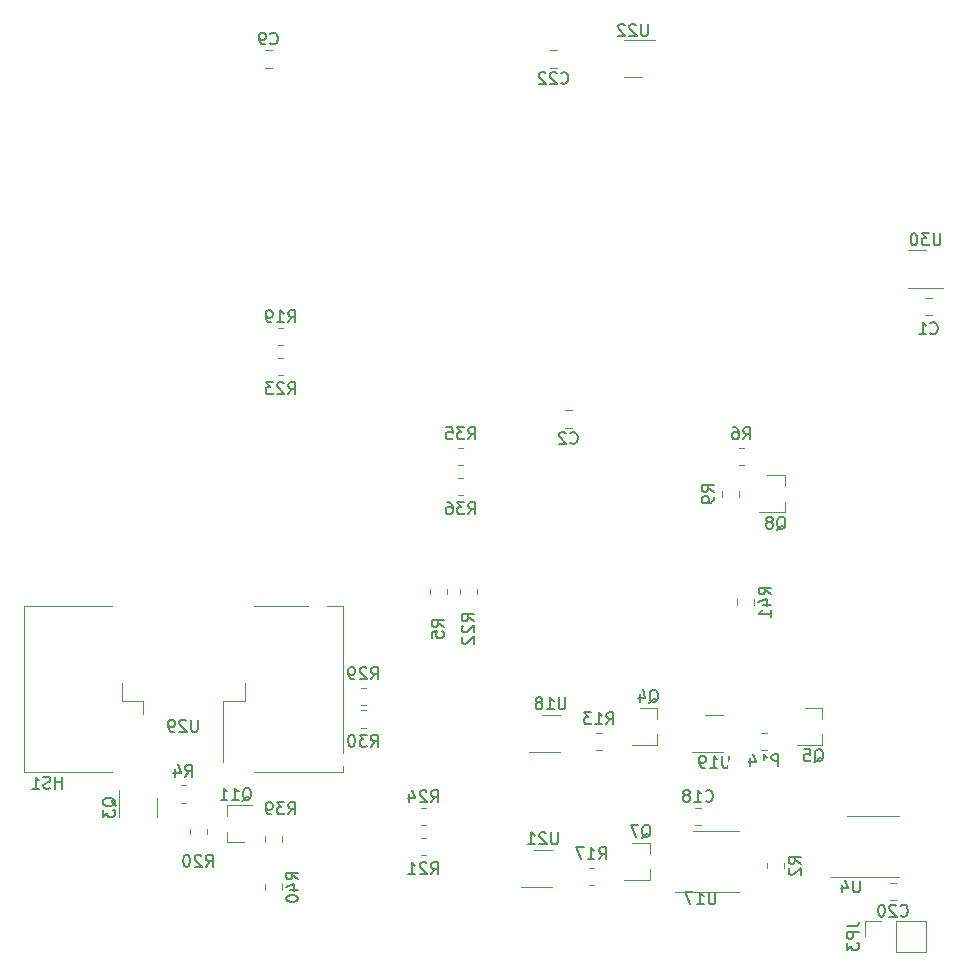
<source format=gbo>
%TF.GenerationSoftware,KiCad,Pcbnew,5.1.10*%
%TF.CreationDate,2021-06-27T23:00:14+02:00*%
%TF.ProjectId,main_v1,6d61696e-5f76-4312-9e6b-696361645f70,rev?*%
%TF.SameCoordinates,Original*%
%TF.FileFunction,Legend,Bot*%
%TF.FilePolarity,Positive*%
%FSLAX46Y46*%
G04 Gerber Fmt 4.6, Leading zero omitted, Abs format (unit mm)*
G04 Created by KiCad (PCBNEW 5.1.10) date 2021-06-27 23:00:14*
%MOMM*%
%LPD*%
G01*
G04 APERTURE LIST*
%ADD10C,0.120000*%
%ADD11C,0.150000*%
%ADD12C,0.010000*%
%ADD13R,3.250000X13.200000*%
%ADD14O,1.700000X1.700000*%
%ADD15R,1.700000X1.700000*%
%ADD16C,1.800000*%
%ADD17O,1.700000X2.000000*%
%ADD18O,1.700000X1.950000*%
%ADD19O,2.000000X1.700000*%
%ADD20R,0.900000X0.800000*%
%ADD21R,0.510000X0.700000*%
%ADD22R,1.500000X2.400000*%
%ADD23R,1.500000X5.080000*%
%ADD24C,3.200000*%
%ADD25R,10.800000X9.400000*%
%ADD26R,1.100000X4.600000*%
%ADD27C,3.800000*%
%ADD28R,3.800000X3.800000*%
%ADD29C,6.000000*%
%ADD30C,0.800000*%
%ADD31C,4.000000*%
%ADD32O,1.800000X1.070000*%
%ADD33R,1.800000X1.070000*%
%ADD34C,1.524000*%
%ADD35C,1.300000*%
%ADD36C,1.600000*%
%ADD37R,1.300000X1.300000*%
%ADD38R,1.600000X1.600000*%
G04 APERTURE END LIST*
D10*
%TO.C,U22*%
X209550000Y-80990000D02*
X211400000Y-80990000D01*
X209550000Y-80990000D02*
X208800000Y-80990000D01*
X209550000Y-84110000D02*
X210300000Y-84110000D01*
X209550000Y-84110000D02*
X208800000Y-84110000D01*
%TO.C,HS1*%
X184950000Y-142890000D02*
X184950000Y-128890000D01*
X157950000Y-142890000D02*
X165450000Y-142890000D01*
X157950000Y-128890000D02*
X157950000Y-142890000D01*
X177450000Y-142890000D02*
X184950000Y-142890000D01*
X157950000Y-128890000D02*
X165450000Y-128890000D01*
X177450000Y-128890000D02*
X184950000Y-128890000D01*
%TO.C,JP3*%
X229175000Y-155515000D02*
X229175000Y-156845000D01*
X230505000Y-155515000D02*
X229175000Y-155515000D01*
X231775000Y-155515000D02*
X231775000Y-158175000D01*
X231775000Y-158175000D02*
X234375000Y-158175000D01*
X231775000Y-155515000D02*
X234375000Y-155515000D01*
X234375000Y-155515000D02*
X234375000Y-158175000D01*
%TO.C,C22*%
X202536248Y-81815000D02*
X203058752Y-81815000D01*
X202536248Y-83285000D02*
X203058752Y-83285000D01*
%TO.C,R30*%
X186462936Y-137260000D02*
X186917064Y-137260000D01*
X186462936Y-135790000D02*
X186917064Y-135790000D01*
%TO.C,R29*%
X186917064Y-137695000D02*
X186462936Y-137695000D01*
X186917064Y-139165000D02*
X186462936Y-139165000D01*
%TO.C,U4*%
X229870000Y-151835000D02*
X226270000Y-151835000D01*
X229870000Y-151835000D02*
X232070000Y-151835000D01*
X229870000Y-146615000D02*
X227670000Y-146615000D01*
X229870000Y-146615000D02*
X232070000Y-146615000D01*
%TO.C,C20*%
X231281248Y-153770000D02*
X231803752Y-153770000D01*
X231281248Y-152300000D02*
X231803752Y-152300000D01*
%TO.C,R41*%
X219810000Y-128767064D02*
X219810000Y-128312936D01*
X218340000Y-128767064D02*
X218340000Y-128312936D01*
%TO.C,R40*%
X179805000Y-152897064D02*
X179805000Y-152442936D01*
X178335000Y-152897064D02*
X178335000Y-152442936D01*
%TO.C,R39*%
X178335000Y-148362936D02*
X178335000Y-148817064D01*
X179805000Y-148362936D02*
X179805000Y-148817064D01*
%TO.C,R20*%
X171985000Y-147727936D02*
X171985000Y-148182064D01*
X173455000Y-147727936D02*
X173455000Y-148182064D01*
%TO.C,R4*%
X171222936Y-145515000D02*
X171677064Y-145515000D01*
X171222936Y-144045000D02*
X171677064Y-144045000D01*
%TO.C,Q11*%
X175135000Y-148900000D02*
X175135000Y-147970000D01*
X175135000Y-145740000D02*
X175135000Y-146670000D01*
X175135000Y-145740000D02*
X177295000Y-145740000D01*
X175135000Y-148900000D02*
X176595000Y-148900000D01*
%TO.C,Q3*%
X169240000Y-145140000D02*
X169240000Y-146740000D01*
X166040000Y-146740000D02*
X166040000Y-144440000D01*
%TO.C,U30*%
X234315000Y-98720000D02*
X232815000Y-98720000D01*
X235815000Y-101940000D02*
X232815000Y-101940000D01*
%TO.C,U21*%
X201930000Y-152690000D02*
X200080000Y-152690000D01*
X201930000Y-152690000D02*
X202680000Y-152690000D01*
X201930000Y-149570000D02*
X201180000Y-149570000D01*
X201930000Y-149570000D02*
X202680000Y-149570000D01*
%TO.C,U19*%
X216402500Y-141260000D02*
X214552500Y-141260000D01*
X216402500Y-141260000D02*
X217152500Y-141260000D01*
X216402500Y-138140000D02*
X215652500Y-138140000D01*
X216402500Y-138140000D02*
X217152500Y-138140000D01*
%TO.C,U18*%
X202565000Y-141260000D02*
X200715000Y-141260000D01*
X202565000Y-141260000D02*
X203315000Y-141260000D01*
X202565000Y-138140000D02*
X201815000Y-138140000D01*
X202565000Y-138140000D02*
X203315000Y-138140000D01*
%TO.C,U17*%
X216535000Y-147935000D02*
X218485000Y-147935000D01*
X216535000Y-147935000D02*
X214585000Y-147935000D01*
X216535000Y-153055000D02*
X218485000Y-153055000D01*
X216535000Y-153055000D02*
X213085000Y-153055000D01*
%TO.C,R24*%
X191997064Y-145950000D02*
X191542936Y-145950000D01*
X191997064Y-147420000D02*
X191542936Y-147420000D01*
%TO.C,R22*%
X193775000Y-127862064D02*
X193775000Y-127407936D01*
X192305000Y-127862064D02*
X192305000Y-127407936D01*
%TO.C,R21*%
X191997064Y-148490000D02*
X191542936Y-148490000D01*
X191997064Y-149960000D02*
X191542936Y-149960000D01*
%TO.C,R17*%
X205782936Y-152500000D02*
X206237064Y-152500000D01*
X205782936Y-151030000D02*
X206237064Y-151030000D01*
%TO.C,R14*%
X220387936Y-141070000D02*
X220842064Y-141070000D01*
X220387936Y-139600000D02*
X220842064Y-139600000D01*
%TO.C,R13*%
X206417936Y-141070000D02*
X206872064Y-141070000D01*
X206417936Y-139600000D02*
X206872064Y-139600000D01*
%TO.C,R5*%
X194845000Y-127407936D02*
X194845000Y-127862064D01*
X196315000Y-127407936D02*
X196315000Y-127862064D01*
%TO.C,R2*%
X222350000Y-151087064D02*
X222350000Y-150632936D01*
X220880000Y-151087064D02*
X220880000Y-150632936D01*
%TO.C,Q7*%
X210945000Y-148915000D02*
X210945000Y-149845000D01*
X210945000Y-152075000D02*
X210945000Y-151145000D01*
X210945000Y-152075000D02*
X208785000Y-152075000D01*
X210945000Y-148915000D02*
X209485000Y-148915000D01*
%TO.C,Q5*%
X225550000Y-137485000D02*
X225550000Y-138415000D01*
X225550000Y-140645000D02*
X225550000Y-139715000D01*
X225550000Y-140645000D02*
X223390000Y-140645000D01*
X225550000Y-137485000D02*
X224090000Y-137485000D01*
%TO.C,Q4*%
X211580000Y-137485000D02*
X211580000Y-138415000D01*
X211580000Y-140645000D02*
X211580000Y-139715000D01*
X211580000Y-140645000D02*
X209420000Y-140645000D01*
X211580000Y-137485000D02*
X210120000Y-137485000D01*
%TO.C,C18*%
X215293752Y-145950000D02*
X214771248Y-145950000D01*
X215293752Y-147420000D02*
X214771248Y-147420000D01*
%TO.C,C2*%
X203806248Y-113765000D02*
X204328752Y-113765000D01*
X203806248Y-112295000D02*
X204328752Y-112295000D01*
%TO.C,C1*%
X234808752Y-102770000D02*
X234286248Y-102770000D01*
X234808752Y-104240000D02*
X234286248Y-104240000D01*
%TO.C,R36*%
X194717936Y-116940000D02*
X195172064Y-116940000D01*
X194717936Y-115470000D02*
X195172064Y-115470000D01*
%TO.C,R35*%
X195172064Y-118010000D02*
X194717936Y-118010000D01*
X195172064Y-119480000D02*
X194717936Y-119480000D01*
%TO.C,U29*%
X176650000Y-135435000D02*
X176650000Y-136935000D01*
X176650000Y-136935000D02*
X174840000Y-136935000D01*
X174840000Y-136935000D02*
X174840000Y-142060000D01*
X166250000Y-135435000D02*
X166250000Y-136935000D01*
X166250000Y-136935000D02*
X168060000Y-136935000D01*
X168060000Y-136935000D02*
X168060000Y-138035000D01*
%TO.C,R23*%
X179932064Y-107850000D02*
X179477936Y-107850000D01*
X179932064Y-109320000D02*
X179477936Y-109320000D01*
%TO.C,R19*%
X179932064Y-105310000D02*
X179477936Y-105310000D01*
X179932064Y-106780000D02*
X179477936Y-106780000D01*
%TO.C,R9*%
X218540000Y-119607064D02*
X218540000Y-119152936D01*
X217070000Y-119607064D02*
X217070000Y-119152936D01*
%TO.C,R6*%
X218482936Y-116940000D02*
X218937064Y-116940000D01*
X218482936Y-115470000D02*
X218937064Y-115470000D01*
%TO.C,Q8*%
X222375000Y-117800000D02*
X222375000Y-118730000D01*
X222375000Y-120960000D02*
X222375000Y-120030000D01*
X222375000Y-120960000D02*
X220215000Y-120960000D01*
X222375000Y-117800000D02*
X220915000Y-117800000D01*
%TO.C,C9*%
X178928752Y-81815000D02*
X178406248Y-81815000D01*
X178928752Y-83285000D02*
X178406248Y-83285000D01*
%TO.C,U22*%
D11*
X210788095Y-79602380D02*
X210788095Y-80411904D01*
X210740476Y-80507142D01*
X210692857Y-80554761D01*
X210597619Y-80602380D01*
X210407142Y-80602380D01*
X210311904Y-80554761D01*
X210264285Y-80507142D01*
X210216666Y-80411904D01*
X210216666Y-79602380D01*
X209788095Y-79697619D02*
X209740476Y-79650000D01*
X209645238Y-79602380D01*
X209407142Y-79602380D01*
X209311904Y-79650000D01*
X209264285Y-79697619D01*
X209216666Y-79792857D01*
X209216666Y-79888095D01*
X209264285Y-80030952D01*
X209835714Y-80602380D01*
X209216666Y-80602380D01*
X208835714Y-79697619D02*
X208788095Y-79650000D01*
X208692857Y-79602380D01*
X208454761Y-79602380D01*
X208359523Y-79650000D01*
X208311904Y-79697619D01*
X208264285Y-79792857D01*
X208264285Y-79888095D01*
X208311904Y-80030952D01*
X208883333Y-80602380D01*
X208264285Y-80602380D01*
%TO.C,HS1*%
X161188095Y-144342380D02*
X161188095Y-143342380D01*
X161188095Y-143818571D02*
X160616666Y-143818571D01*
X160616666Y-144342380D02*
X160616666Y-143342380D01*
X160188095Y-144294761D02*
X160045238Y-144342380D01*
X159807142Y-144342380D01*
X159711904Y-144294761D01*
X159664285Y-144247142D01*
X159616666Y-144151904D01*
X159616666Y-144056666D01*
X159664285Y-143961428D01*
X159711904Y-143913809D01*
X159807142Y-143866190D01*
X159997619Y-143818571D01*
X160092857Y-143770952D01*
X160140476Y-143723333D01*
X160188095Y-143628095D01*
X160188095Y-143532857D01*
X160140476Y-143437619D01*
X160092857Y-143390000D01*
X159997619Y-143342380D01*
X159759523Y-143342380D01*
X159616666Y-143390000D01*
X158664285Y-144342380D02*
X159235714Y-144342380D01*
X158950000Y-144342380D02*
X158950000Y-143342380D01*
X159045238Y-143485238D01*
X159140476Y-143580476D01*
X159235714Y-143628095D01*
%TO.C,JP3*%
X227627380Y-156011666D02*
X228341666Y-156011666D01*
X228484523Y-155964047D01*
X228579761Y-155868809D01*
X228627380Y-155725952D01*
X228627380Y-155630714D01*
X228627380Y-156487857D02*
X227627380Y-156487857D01*
X227627380Y-156868809D01*
X227675000Y-156964047D01*
X227722619Y-157011666D01*
X227817857Y-157059285D01*
X227960714Y-157059285D01*
X228055952Y-157011666D01*
X228103571Y-156964047D01*
X228151190Y-156868809D01*
X228151190Y-156487857D01*
X227627380Y-157392619D02*
X227627380Y-158011666D01*
X228008333Y-157678333D01*
X228008333Y-157821190D01*
X228055952Y-157916428D01*
X228103571Y-157964047D01*
X228198809Y-158011666D01*
X228436904Y-158011666D01*
X228532142Y-157964047D01*
X228579761Y-157916428D01*
X228627380Y-157821190D01*
X228627380Y-157535476D01*
X228579761Y-157440238D01*
X228532142Y-157392619D01*
%TO.C,C22*%
X203440357Y-84587142D02*
X203487976Y-84634761D01*
X203630833Y-84682380D01*
X203726071Y-84682380D01*
X203868928Y-84634761D01*
X203964166Y-84539523D01*
X204011785Y-84444285D01*
X204059404Y-84253809D01*
X204059404Y-84110952D01*
X204011785Y-83920476D01*
X203964166Y-83825238D01*
X203868928Y-83730000D01*
X203726071Y-83682380D01*
X203630833Y-83682380D01*
X203487976Y-83730000D01*
X203440357Y-83777619D01*
X203059404Y-83777619D02*
X203011785Y-83730000D01*
X202916547Y-83682380D01*
X202678452Y-83682380D01*
X202583214Y-83730000D01*
X202535595Y-83777619D01*
X202487976Y-83872857D01*
X202487976Y-83968095D01*
X202535595Y-84110952D01*
X203107023Y-84682380D01*
X202487976Y-84682380D01*
X202107023Y-83777619D02*
X202059404Y-83730000D01*
X201964166Y-83682380D01*
X201726071Y-83682380D01*
X201630833Y-83730000D01*
X201583214Y-83777619D01*
X201535595Y-83872857D01*
X201535595Y-83968095D01*
X201583214Y-84110952D01*
X202154642Y-84682380D01*
X201535595Y-84682380D01*
%TO.C,R30*%
X187332857Y-140787380D02*
X187666190Y-140311190D01*
X187904285Y-140787380D02*
X187904285Y-139787380D01*
X187523333Y-139787380D01*
X187428095Y-139835000D01*
X187380476Y-139882619D01*
X187332857Y-139977857D01*
X187332857Y-140120714D01*
X187380476Y-140215952D01*
X187428095Y-140263571D01*
X187523333Y-140311190D01*
X187904285Y-140311190D01*
X186999523Y-139787380D02*
X186380476Y-139787380D01*
X186713809Y-140168333D01*
X186570952Y-140168333D01*
X186475714Y-140215952D01*
X186428095Y-140263571D01*
X186380476Y-140358809D01*
X186380476Y-140596904D01*
X186428095Y-140692142D01*
X186475714Y-140739761D01*
X186570952Y-140787380D01*
X186856666Y-140787380D01*
X186951904Y-140739761D01*
X186999523Y-140692142D01*
X185761428Y-139787380D02*
X185666190Y-139787380D01*
X185570952Y-139835000D01*
X185523333Y-139882619D01*
X185475714Y-139977857D01*
X185428095Y-140168333D01*
X185428095Y-140406428D01*
X185475714Y-140596904D01*
X185523333Y-140692142D01*
X185570952Y-140739761D01*
X185666190Y-140787380D01*
X185761428Y-140787380D01*
X185856666Y-140739761D01*
X185904285Y-140692142D01*
X185951904Y-140596904D01*
X185999523Y-140406428D01*
X185999523Y-140168333D01*
X185951904Y-139977857D01*
X185904285Y-139882619D01*
X185856666Y-139835000D01*
X185761428Y-139787380D01*
%TO.C,R29*%
X187332857Y-135072380D02*
X187666190Y-134596190D01*
X187904285Y-135072380D02*
X187904285Y-134072380D01*
X187523333Y-134072380D01*
X187428095Y-134120000D01*
X187380476Y-134167619D01*
X187332857Y-134262857D01*
X187332857Y-134405714D01*
X187380476Y-134500952D01*
X187428095Y-134548571D01*
X187523333Y-134596190D01*
X187904285Y-134596190D01*
X186951904Y-134167619D02*
X186904285Y-134120000D01*
X186809047Y-134072380D01*
X186570952Y-134072380D01*
X186475714Y-134120000D01*
X186428095Y-134167619D01*
X186380476Y-134262857D01*
X186380476Y-134358095D01*
X186428095Y-134500952D01*
X186999523Y-135072380D01*
X186380476Y-135072380D01*
X185904285Y-135072380D02*
X185713809Y-135072380D01*
X185618571Y-135024761D01*
X185570952Y-134977142D01*
X185475714Y-134834285D01*
X185428095Y-134643809D01*
X185428095Y-134262857D01*
X185475714Y-134167619D01*
X185523333Y-134120000D01*
X185618571Y-134072380D01*
X185809047Y-134072380D01*
X185904285Y-134120000D01*
X185951904Y-134167619D01*
X185999523Y-134262857D01*
X185999523Y-134500952D01*
X185951904Y-134596190D01*
X185904285Y-134643809D01*
X185809047Y-134691428D01*
X185618571Y-134691428D01*
X185523333Y-134643809D01*
X185475714Y-134596190D01*
X185428095Y-134500952D01*
%TO.C,U4*%
X228726904Y-152127380D02*
X228726904Y-152936904D01*
X228679285Y-153032142D01*
X228631666Y-153079761D01*
X228536428Y-153127380D01*
X228345952Y-153127380D01*
X228250714Y-153079761D01*
X228203095Y-153032142D01*
X228155476Y-152936904D01*
X228155476Y-152127380D01*
X227250714Y-152460714D02*
X227250714Y-153127380D01*
X227488809Y-152079761D02*
X227726904Y-152794047D01*
X227107857Y-152794047D01*
%TO.C,C20*%
X232185357Y-155072142D02*
X232232976Y-155119761D01*
X232375833Y-155167380D01*
X232471071Y-155167380D01*
X232613928Y-155119761D01*
X232709166Y-155024523D01*
X232756785Y-154929285D01*
X232804404Y-154738809D01*
X232804404Y-154595952D01*
X232756785Y-154405476D01*
X232709166Y-154310238D01*
X232613928Y-154215000D01*
X232471071Y-154167380D01*
X232375833Y-154167380D01*
X232232976Y-154215000D01*
X232185357Y-154262619D01*
X231804404Y-154262619D02*
X231756785Y-154215000D01*
X231661547Y-154167380D01*
X231423452Y-154167380D01*
X231328214Y-154215000D01*
X231280595Y-154262619D01*
X231232976Y-154357857D01*
X231232976Y-154453095D01*
X231280595Y-154595952D01*
X231852023Y-155167380D01*
X231232976Y-155167380D01*
X230613928Y-154167380D02*
X230518690Y-154167380D01*
X230423452Y-154215000D01*
X230375833Y-154262619D01*
X230328214Y-154357857D01*
X230280595Y-154548333D01*
X230280595Y-154786428D01*
X230328214Y-154976904D01*
X230375833Y-155072142D01*
X230423452Y-155119761D01*
X230518690Y-155167380D01*
X230613928Y-155167380D01*
X230709166Y-155119761D01*
X230756785Y-155072142D01*
X230804404Y-154976904D01*
X230852023Y-154786428D01*
X230852023Y-154548333D01*
X230804404Y-154357857D01*
X230756785Y-154262619D01*
X230709166Y-154215000D01*
X230613928Y-154167380D01*
%TO.C,R41*%
X221177380Y-127897142D02*
X220701190Y-127563809D01*
X221177380Y-127325714D02*
X220177380Y-127325714D01*
X220177380Y-127706666D01*
X220225000Y-127801904D01*
X220272619Y-127849523D01*
X220367857Y-127897142D01*
X220510714Y-127897142D01*
X220605952Y-127849523D01*
X220653571Y-127801904D01*
X220701190Y-127706666D01*
X220701190Y-127325714D01*
X220510714Y-128754285D02*
X221177380Y-128754285D01*
X220129761Y-128516190D02*
X220844047Y-128278095D01*
X220844047Y-128897142D01*
X221177380Y-129801904D02*
X221177380Y-129230476D01*
X221177380Y-129516190D02*
X220177380Y-129516190D01*
X220320238Y-129420952D01*
X220415476Y-129325714D01*
X220463095Y-129230476D01*
%TO.C,R40*%
X181172380Y-152027142D02*
X180696190Y-151693809D01*
X181172380Y-151455714D02*
X180172380Y-151455714D01*
X180172380Y-151836666D01*
X180220000Y-151931904D01*
X180267619Y-151979523D01*
X180362857Y-152027142D01*
X180505714Y-152027142D01*
X180600952Y-151979523D01*
X180648571Y-151931904D01*
X180696190Y-151836666D01*
X180696190Y-151455714D01*
X180505714Y-152884285D02*
X181172380Y-152884285D01*
X180124761Y-152646190D02*
X180839047Y-152408095D01*
X180839047Y-153027142D01*
X180172380Y-153598571D02*
X180172380Y-153693809D01*
X180220000Y-153789047D01*
X180267619Y-153836666D01*
X180362857Y-153884285D01*
X180553333Y-153931904D01*
X180791428Y-153931904D01*
X180981904Y-153884285D01*
X181077142Y-153836666D01*
X181124761Y-153789047D01*
X181172380Y-153693809D01*
X181172380Y-153598571D01*
X181124761Y-153503333D01*
X181077142Y-153455714D01*
X180981904Y-153408095D01*
X180791428Y-153360476D01*
X180553333Y-153360476D01*
X180362857Y-153408095D01*
X180267619Y-153455714D01*
X180220000Y-153503333D01*
X180172380Y-153598571D01*
%TO.C,R39*%
X180347857Y-146502380D02*
X180681190Y-146026190D01*
X180919285Y-146502380D02*
X180919285Y-145502380D01*
X180538333Y-145502380D01*
X180443095Y-145550000D01*
X180395476Y-145597619D01*
X180347857Y-145692857D01*
X180347857Y-145835714D01*
X180395476Y-145930952D01*
X180443095Y-145978571D01*
X180538333Y-146026190D01*
X180919285Y-146026190D01*
X180014523Y-145502380D02*
X179395476Y-145502380D01*
X179728809Y-145883333D01*
X179585952Y-145883333D01*
X179490714Y-145930952D01*
X179443095Y-145978571D01*
X179395476Y-146073809D01*
X179395476Y-146311904D01*
X179443095Y-146407142D01*
X179490714Y-146454761D01*
X179585952Y-146502380D01*
X179871666Y-146502380D01*
X179966904Y-146454761D01*
X180014523Y-146407142D01*
X178919285Y-146502380D02*
X178728809Y-146502380D01*
X178633571Y-146454761D01*
X178585952Y-146407142D01*
X178490714Y-146264285D01*
X178443095Y-146073809D01*
X178443095Y-145692857D01*
X178490714Y-145597619D01*
X178538333Y-145550000D01*
X178633571Y-145502380D01*
X178824047Y-145502380D01*
X178919285Y-145550000D01*
X178966904Y-145597619D01*
X179014523Y-145692857D01*
X179014523Y-145930952D01*
X178966904Y-146026190D01*
X178919285Y-146073809D01*
X178824047Y-146121428D01*
X178633571Y-146121428D01*
X178538333Y-146073809D01*
X178490714Y-146026190D01*
X178443095Y-145930952D01*
%TO.C,R20*%
X173362857Y-150947380D02*
X173696190Y-150471190D01*
X173934285Y-150947380D02*
X173934285Y-149947380D01*
X173553333Y-149947380D01*
X173458095Y-149995000D01*
X173410476Y-150042619D01*
X173362857Y-150137857D01*
X173362857Y-150280714D01*
X173410476Y-150375952D01*
X173458095Y-150423571D01*
X173553333Y-150471190D01*
X173934285Y-150471190D01*
X172981904Y-150042619D02*
X172934285Y-149995000D01*
X172839047Y-149947380D01*
X172600952Y-149947380D01*
X172505714Y-149995000D01*
X172458095Y-150042619D01*
X172410476Y-150137857D01*
X172410476Y-150233095D01*
X172458095Y-150375952D01*
X173029523Y-150947380D01*
X172410476Y-150947380D01*
X171791428Y-149947380D02*
X171696190Y-149947380D01*
X171600952Y-149995000D01*
X171553333Y-150042619D01*
X171505714Y-150137857D01*
X171458095Y-150328333D01*
X171458095Y-150566428D01*
X171505714Y-150756904D01*
X171553333Y-150852142D01*
X171600952Y-150899761D01*
X171696190Y-150947380D01*
X171791428Y-150947380D01*
X171886666Y-150899761D01*
X171934285Y-150852142D01*
X171981904Y-150756904D01*
X172029523Y-150566428D01*
X172029523Y-150328333D01*
X171981904Y-150137857D01*
X171934285Y-150042619D01*
X171886666Y-149995000D01*
X171791428Y-149947380D01*
%TO.C,R4*%
X171616666Y-143327380D02*
X171950000Y-142851190D01*
X172188095Y-143327380D02*
X172188095Y-142327380D01*
X171807142Y-142327380D01*
X171711904Y-142375000D01*
X171664285Y-142422619D01*
X171616666Y-142517857D01*
X171616666Y-142660714D01*
X171664285Y-142755952D01*
X171711904Y-142803571D01*
X171807142Y-142851190D01*
X172188095Y-142851190D01*
X170759523Y-142660714D02*
X170759523Y-143327380D01*
X170997619Y-142279761D02*
X171235714Y-142994047D01*
X170616666Y-142994047D01*
%TO.C,Q11*%
X176466428Y-145367619D02*
X176561666Y-145320000D01*
X176656904Y-145224761D01*
X176799761Y-145081904D01*
X176895000Y-145034285D01*
X176990238Y-145034285D01*
X176942619Y-145272380D02*
X177037857Y-145224761D01*
X177133095Y-145129523D01*
X177180714Y-144939047D01*
X177180714Y-144605714D01*
X177133095Y-144415238D01*
X177037857Y-144320000D01*
X176942619Y-144272380D01*
X176752142Y-144272380D01*
X176656904Y-144320000D01*
X176561666Y-144415238D01*
X176514047Y-144605714D01*
X176514047Y-144939047D01*
X176561666Y-145129523D01*
X176656904Y-145224761D01*
X176752142Y-145272380D01*
X176942619Y-145272380D01*
X175561666Y-145272380D02*
X176133095Y-145272380D01*
X175847380Y-145272380D02*
X175847380Y-144272380D01*
X175942619Y-144415238D01*
X176037857Y-144510476D01*
X176133095Y-144558095D01*
X174609285Y-145272380D02*
X175180714Y-145272380D01*
X174895000Y-145272380D02*
X174895000Y-144272380D01*
X174990238Y-144415238D01*
X175085476Y-144510476D01*
X175180714Y-144558095D01*
%TO.C,Q3*%
X165737619Y-145844761D02*
X165690000Y-145749523D01*
X165594761Y-145654285D01*
X165451904Y-145511428D01*
X165404285Y-145416190D01*
X165404285Y-145320952D01*
X165642380Y-145368571D02*
X165594761Y-145273333D01*
X165499523Y-145178095D01*
X165309047Y-145130476D01*
X164975714Y-145130476D01*
X164785238Y-145178095D01*
X164690000Y-145273333D01*
X164642380Y-145368571D01*
X164642380Y-145559047D01*
X164690000Y-145654285D01*
X164785238Y-145749523D01*
X164975714Y-145797142D01*
X165309047Y-145797142D01*
X165499523Y-145749523D01*
X165594761Y-145654285D01*
X165642380Y-145559047D01*
X165642380Y-145368571D01*
X164642380Y-146130476D02*
X164642380Y-146749523D01*
X165023333Y-146416190D01*
X165023333Y-146559047D01*
X165070952Y-146654285D01*
X165118571Y-146701904D01*
X165213809Y-146749523D01*
X165451904Y-146749523D01*
X165547142Y-146701904D01*
X165594761Y-146654285D01*
X165642380Y-146559047D01*
X165642380Y-146273333D01*
X165594761Y-146178095D01*
X165547142Y-146130476D01*
%TO.C,U30*%
X235553095Y-97332380D02*
X235553095Y-98141904D01*
X235505476Y-98237142D01*
X235457857Y-98284761D01*
X235362619Y-98332380D01*
X235172142Y-98332380D01*
X235076904Y-98284761D01*
X235029285Y-98237142D01*
X234981666Y-98141904D01*
X234981666Y-97332380D01*
X234600714Y-97332380D02*
X233981666Y-97332380D01*
X234315000Y-97713333D01*
X234172142Y-97713333D01*
X234076904Y-97760952D01*
X234029285Y-97808571D01*
X233981666Y-97903809D01*
X233981666Y-98141904D01*
X234029285Y-98237142D01*
X234076904Y-98284761D01*
X234172142Y-98332380D01*
X234457857Y-98332380D01*
X234553095Y-98284761D01*
X234600714Y-98237142D01*
X233362619Y-97332380D02*
X233267380Y-97332380D01*
X233172142Y-97380000D01*
X233124523Y-97427619D01*
X233076904Y-97522857D01*
X233029285Y-97713333D01*
X233029285Y-97951428D01*
X233076904Y-98141904D01*
X233124523Y-98237142D01*
X233172142Y-98284761D01*
X233267380Y-98332380D01*
X233362619Y-98332380D01*
X233457857Y-98284761D01*
X233505476Y-98237142D01*
X233553095Y-98141904D01*
X233600714Y-97951428D01*
X233600714Y-97713333D01*
X233553095Y-97522857D01*
X233505476Y-97427619D01*
X233457857Y-97380000D01*
X233362619Y-97332380D01*
%TO.C,U21*%
X203168095Y-148042380D02*
X203168095Y-148851904D01*
X203120476Y-148947142D01*
X203072857Y-148994761D01*
X202977619Y-149042380D01*
X202787142Y-149042380D01*
X202691904Y-148994761D01*
X202644285Y-148947142D01*
X202596666Y-148851904D01*
X202596666Y-148042380D01*
X202168095Y-148137619D02*
X202120476Y-148090000D01*
X202025238Y-148042380D01*
X201787142Y-148042380D01*
X201691904Y-148090000D01*
X201644285Y-148137619D01*
X201596666Y-148232857D01*
X201596666Y-148328095D01*
X201644285Y-148470952D01*
X202215714Y-149042380D01*
X201596666Y-149042380D01*
X200644285Y-149042380D02*
X201215714Y-149042380D01*
X200930000Y-149042380D02*
X200930000Y-148042380D01*
X201025238Y-148185238D01*
X201120476Y-148280476D01*
X201215714Y-148328095D01*
%TO.C,U19*%
X217640595Y-141552380D02*
X217640595Y-142361904D01*
X217592976Y-142457142D01*
X217545357Y-142504761D01*
X217450119Y-142552380D01*
X217259642Y-142552380D01*
X217164404Y-142504761D01*
X217116785Y-142457142D01*
X217069166Y-142361904D01*
X217069166Y-141552380D01*
X216069166Y-142552380D02*
X216640595Y-142552380D01*
X216354880Y-142552380D02*
X216354880Y-141552380D01*
X216450119Y-141695238D01*
X216545357Y-141790476D01*
X216640595Y-141838095D01*
X215592976Y-142552380D02*
X215402500Y-142552380D01*
X215307261Y-142504761D01*
X215259642Y-142457142D01*
X215164404Y-142314285D01*
X215116785Y-142123809D01*
X215116785Y-141742857D01*
X215164404Y-141647619D01*
X215212023Y-141600000D01*
X215307261Y-141552380D01*
X215497738Y-141552380D01*
X215592976Y-141600000D01*
X215640595Y-141647619D01*
X215688214Y-141742857D01*
X215688214Y-141980952D01*
X215640595Y-142076190D01*
X215592976Y-142123809D01*
X215497738Y-142171428D01*
X215307261Y-142171428D01*
X215212023Y-142123809D01*
X215164404Y-142076190D01*
X215116785Y-141980952D01*
%TO.C,U18*%
X203803095Y-136612380D02*
X203803095Y-137421904D01*
X203755476Y-137517142D01*
X203707857Y-137564761D01*
X203612619Y-137612380D01*
X203422142Y-137612380D01*
X203326904Y-137564761D01*
X203279285Y-137517142D01*
X203231666Y-137421904D01*
X203231666Y-136612380D01*
X202231666Y-137612380D02*
X202803095Y-137612380D01*
X202517380Y-137612380D02*
X202517380Y-136612380D01*
X202612619Y-136755238D01*
X202707857Y-136850476D01*
X202803095Y-136898095D01*
X201660238Y-137040952D02*
X201755476Y-136993333D01*
X201803095Y-136945714D01*
X201850714Y-136850476D01*
X201850714Y-136802857D01*
X201803095Y-136707619D01*
X201755476Y-136660000D01*
X201660238Y-136612380D01*
X201469761Y-136612380D01*
X201374523Y-136660000D01*
X201326904Y-136707619D01*
X201279285Y-136802857D01*
X201279285Y-136850476D01*
X201326904Y-136945714D01*
X201374523Y-136993333D01*
X201469761Y-137040952D01*
X201660238Y-137040952D01*
X201755476Y-137088571D01*
X201803095Y-137136190D01*
X201850714Y-137231428D01*
X201850714Y-137421904D01*
X201803095Y-137517142D01*
X201755476Y-137564761D01*
X201660238Y-137612380D01*
X201469761Y-137612380D01*
X201374523Y-137564761D01*
X201326904Y-137517142D01*
X201279285Y-137421904D01*
X201279285Y-137231428D01*
X201326904Y-137136190D01*
X201374523Y-137088571D01*
X201469761Y-137040952D01*
%TO.C,U17*%
X216503095Y-153122380D02*
X216503095Y-153931904D01*
X216455476Y-154027142D01*
X216407857Y-154074761D01*
X216312619Y-154122380D01*
X216122142Y-154122380D01*
X216026904Y-154074761D01*
X215979285Y-154027142D01*
X215931666Y-153931904D01*
X215931666Y-153122380D01*
X214931666Y-154122380D02*
X215503095Y-154122380D01*
X215217380Y-154122380D02*
X215217380Y-153122380D01*
X215312619Y-153265238D01*
X215407857Y-153360476D01*
X215503095Y-153408095D01*
X214598333Y-153122380D02*
X213931666Y-153122380D01*
X214360238Y-154122380D01*
%TO.C,R24*%
X192412857Y-145487380D02*
X192746190Y-145011190D01*
X192984285Y-145487380D02*
X192984285Y-144487380D01*
X192603333Y-144487380D01*
X192508095Y-144535000D01*
X192460476Y-144582619D01*
X192412857Y-144677857D01*
X192412857Y-144820714D01*
X192460476Y-144915952D01*
X192508095Y-144963571D01*
X192603333Y-145011190D01*
X192984285Y-145011190D01*
X192031904Y-144582619D02*
X191984285Y-144535000D01*
X191889047Y-144487380D01*
X191650952Y-144487380D01*
X191555714Y-144535000D01*
X191508095Y-144582619D01*
X191460476Y-144677857D01*
X191460476Y-144773095D01*
X191508095Y-144915952D01*
X192079523Y-145487380D01*
X191460476Y-145487380D01*
X190603333Y-144820714D02*
X190603333Y-145487380D01*
X190841428Y-144439761D02*
X191079523Y-145154047D01*
X190460476Y-145154047D01*
%TO.C,R22*%
X196032380Y-130167142D02*
X195556190Y-129833809D01*
X196032380Y-129595714D02*
X195032380Y-129595714D01*
X195032380Y-129976666D01*
X195080000Y-130071904D01*
X195127619Y-130119523D01*
X195222857Y-130167142D01*
X195365714Y-130167142D01*
X195460952Y-130119523D01*
X195508571Y-130071904D01*
X195556190Y-129976666D01*
X195556190Y-129595714D01*
X195127619Y-130548095D02*
X195080000Y-130595714D01*
X195032380Y-130690952D01*
X195032380Y-130929047D01*
X195080000Y-131024285D01*
X195127619Y-131071904D01*
X195222857Y-131119523D01*
X195318095Y-131119523D01*
X195460952Y-131071904D01*
X196032380Y-130500476D01*
X196032380Y-131119523D01*
X195127619Y-131500476D02*
X195080000Y-131548095D01*
X195032380Y-131643333D01*
X195032380Y-131881428D01*
X195080000Y-131976666D01*
X195127619Y-132024285D01*
X195222857Y-132071904D01*
X195318095Y-132071904D01*
X195460952Y-132024285D01*
X196032380Y-131452857D01*
X196032380Y-132071904D01*
%TO.C,R21*%
X192412857Y-151582380D02*
X192746190Y-151106190D01*
X192984285Y-151582380D02*
X192984285Y-150582380D01*
X192603333Y-150582380D01*
X192508095Y-150630000D01*
X192460476Y-150677619D01*
X192412857Y-150772857D01*
X192412857Y-150915714D01*
X192460476Y-151010952D01*
X192508095Y-151058571D01*
X192603333Y-151106190D01*
X192984285Y-151106190D01*
X192031904Y-150677619D02*
X191984285Y-150630000D01*
X191889047Y-150582380D01*
X191650952Y-150582380D01*
X191555714Y-150630000D01*
X191508095Y-150677619D01*
X191460476Y-150772857D01*
X191460476Y-150868095D01*
X191508095Y-151010952D01*
X192079523Y-151582380D01*
X191460476Y-151582380D01*
X190508095Y-151582380D02*
X191079523Y-151582380D01*
X190793809Y-151582380D02*
X190793809Y-150582380D01*
X190889047Y-150725238D01*
X190984285Y-150820476D01*
X191079523Y-150868095D01*
%TO.C,R17*%
X206652857Y-150312380D02*
X206986190Y-149836190D01*
X207224285Y-150312380D02*
X207224285Y-149312380D01*
X206843333Y-149312380D01*
X206748095Y-149360000D01*
X206700476Y-149407619D01*
X206652857Y-149502857D01*
X206652857Y-149645714D01*
X206700476Y-149740952D01*
X206748095Y-149788571D01*
X206843333Y-149836190D01*
X207224285Y-149836190D01*
X205700476Y-150312380D02*
X206271904Y-150312380D01*
X205986190Y-150312380D02*
X205986190Y-149312380D01*
X206081428Y-149455238D01*
X206176666Y-149550476D01*
X206271904Y-149598095D01*
X205367142Y-149312380D02*
X204700476Y-149312380D01*
X205129047Y-150312380D01*
%TO.C,R14*%
X221257857Y-142437380D02*
X221591190Y-141961190D01*
X221829285Y-142437380D02*
X221829285Y-141437380D01*
X221448333Y-141437380D01*
X221353095Y-141485000D01*
X221305476Y-141532619D01*
X221257857Y-141627857D01*
X221257857Y-141770714D01*
X221305476Y-141865952D01*
X221353095Y-141913571D01*
X221448333Y-141961190D01*
X221829285Y-141961190D01*
X220305476Y-142437380D02*
X220876904Y-142437380D01*
X220591190Y-142437380D02*
X220591190Y-141437380D01*
X220686428Y-141580238D01*
X220781666Y-141675476D01*
X220876904Y-141723095D01*
X219448333Y-141770714D02*
X219448333Y-142437380D01*
X219686428Y-141389761D02*
X219924523Y-142104047D01*
X219305476Y-142104047D01*
%TO.C,R13*%
X207287857Y-138882380D02*
X207621190Y-138406190D01*
X207859285Y-138882380D02*
X207859285Y-137882380D01*
X207478333Y-137882380D01*
X207383095Y-137930000D01*
X207335476Y-137977619D01*
X207287857Y-138072857D01*
X207287857Y-138215714D01*
X207335476Y-138310952D01*
X207383095Y-138358571D01*
X207478333Y-138406190D01*
X207859285Y-138406190D01*
X206335476Y-138882380D02*
X206906904Y-138882380D01*
X206621190Y-138882380D02*
X206621190Y-137882380D01*
X206716428Y-138025238D01*
X206811666Y-138120476D01*
X206906904Y-138168095D01*
X206002142Y-137882380D02*
X205383095Y-137882380D01*
X205716428Y-138263333D01*
X205573571Y-138263333D01*
X205478333Y-138310952D01*
X205430714Y-138358571D01*
X205383095Y-138453809D01*
X205383095Y-138691904D01*
X205430714Y-138787142D01*
X205478333Y-138834761D01*
X205573571Y-138882380D01*
X205859285Y-138882380D01*
X205954523Y-138834761D01*
X206002142Y-138787142D01*
%TO.C,R5*%
X193492380Y-130643333D02*
X193016190Y-130310000D01*
X193492380Y-130071904D02*
X192492380Y-130071904D01*
X192492380Y-130452857D01*
X192540000Y-130548095D01*
X192587619Y-130595714D01*
X192682857Y-130643333D01*
X192825714Y-130643333D01*
X192920952Y-130595714D01*
X192968571Y-130548095D01*
X193016190Y-130452857D01*
X193016190Y-130071904D01*
X192492380Y-131548095D02*
X192492380Y-131071904D01*
X192968571Y-131024285D01*
X192920952Y-131071904D01*
X192873333Y-131167142D01*
X192873333Y-131405238D01*
X192920952Y-131500476D01*
X192968571Y-131548095D01*
X193063809Y-131595714D01*
X193301904Y-131595714D01*
X193397142Y-131548095D01*
X193444761Y-131500476D01*
X193492380Y-131405238D01*
X193492380Y-131167142D01*
X193444761Y-131071904D01*
X193397142Y-131024285D01*
%TO.C,R2*%
X223717380Y-150693333D02*
X223241190Y-150360000D01*
X223717380Y-150121904D02*
X222717380Y-150121904D01*
X222717380Y-150502857D01*
X222765000Y-150598095D01*
X222812619Y-150645714D01*
X222907857Y-150693333D01*
X223050714Y-150693333D01*
X223145952Y-150645714D01*
X223193571Y-150598095D01*
X223241190Y-150502857D01*
X223241190Y-150121904D01*
X222812619Y-151074285D02*
X222765000Y-151121904D01*
X222717380Y-151217142D01*
X222717380Y-151455238D01*
X222765000Y-151550476D01*
X222812619Y-151598095D01*
X222907857Y-151645714D01*
X223003095Y-151645714D01*
X223145952Y-151598095D01*
X223717380Y-151026666D01*
X223717380Y-151645714D01*
%TO.C,Q7*%
X210280238Y-148502619D02*
X210375476Y-148455000D01*
X210470714Y-148359761D01*
X210613571Y-148216904D01*
X210708809Y-148169285D01*
X210804047Y-148169285D01*
X210756428Y-148407380D02*
X210851666Y-148359761D01*
X210946904Y-148264523D01*
X210994523Y-148074047D01*
X210994523Y-147740714D01*
X210946904Y-147550238D01*
X210851666Y-147455000D01*
X210756428Y-147407380D01*
X210565952Y-147407380D01*
X210470714Y-147455000D01*
X210375476Y-147550238D01*
X210327857Y-147740714D01*
X210327857Y-148074047D01*
X210375476Y-148264523D01*
X210470714Y-148359761D01*
X210565952Y-148407380D01*
X210756428Y-148407380D01*
X209994523Y-147407380D02*
X209327857Y-147407380D01*
X209756428Y-148407380D01*
%TO.C,Q5*%
X224885238Y-142112619D02*
X224980476Y-142065000D01*
X225075714Y-141969761D01*
X225218571Y-141826904D01*
X225313809Y-141779285D01*
X225409047Y-141779285D01*
X225361428Y-142017380D02*
X225456666Y-141969761D01*
X225551904Y-141874523D01*
X225599523Y-141684047D01*
X225599523Y-141350714D01*
X225551904Y-141160238D01*
X225456666Y-141065000D01*
X225361428Y-141017380D01*
X225170952Y-141017380D01*
X225075714Y-141065000D01*
X224980476Y-141160238D01*
X224932857Y-141350714D01*
X224932857Y-141684047D01*
X224980476Y-141874523D01*
X225075714Y-141969761D01*
X225170952Y-142017380D01*
X225361428Y-142017380D01*
X224028095Y-141017380D02*
X224504285Y-141017380D01*
X224551904Y-141493571D01*
X224504285Y-141445952D01*
X224409047Y-141398333D01*
X224170952Y-141398333D01*
X224075714Y-141445952D01*
X224028095Y-141493571D01*
X223980476Y-141588809D01*
X223980476Y-141826904D01*
X224028095Y-141922142D01*
X224075714Y-141969761D01*
X224170952Y-142017380D01*
X224409047Y-142017380D01*
X224504285Y-141969761D01*
X224551904Y-141922142D01*
%TO.C,Q4*%
X210915238Y-137072619D02*
X211010476Y-137025000D01*
X211105714Y-136929761D01*
X211248571Y-136786904D01*
X211343809Y-136739285D01*
X211439047Y-136739285D01*
X211391428Y-136977380D02*
X211486666Y-136929761D01*
X211581904Y-136834523D01*
X211629523Y-136644047D01*
X211629523Y-136310714D01*
X211581904Y-136120238D01*
X211486666Y-136025000D01*
X211391428Y-135977380D01*
X211200952Y-135977380D01*
X211105714Y-136025000D01*
X211010476Y-136120238D01*
X210962857Y-136310714D01*
X210962857Y-136644047D01*
X211010476Y-136834523D01*
X211105714Y-136929761D01*
X211200952Y-136977380D01*
X211391428Y-136977380D01*
X210105714Y-136310714D02*
X210105714Y-136977380D01*
X210343809Y-135929761D02*
X210581904Y-136644047D01*
X209962857Y-136644047D01*
%TO.C,C18*%
X215675357Y-145362142D02*
X215722976Y-145409761D01*
X215865833Y-145457380D01*
X215961071Y-145457380D01*
X216103928Y-145409761D01*
X216199166Y-145314523D01*
X216246785Y-145219285D01*
X216294404Y-145028809D01*
X216294404Y-144885952D01*
X216246785Y-144695476D01*
X216199166Y-144600238D01*
X216103928Y-144505000D01*
X215961071Y-144457380D01*
X215865833Y-144457380D01*
X215722976Y-144505000D01*
X215675357Y-144552619D01*
X214722976Y-145457380D02*
X215294404Y-145457380D01*
X215008690Y-145457380D02*
X215008690Y-144457380D01*
X215103928Y-144600238D01*
X215199166Y-144695476D01*
X215294404Y-144743095D01*
X214151547Y-144885952D02*
X214246785Y-144838333D01*
X214294404Y-144790714D01*
X214342023Y-144695476D01*
X214342023Y-144647857D01*
X214294404Y-144552619D01*
X214246785Y-144505000D01*
X214151547Y-144457380D01*
X213961071Y-144457380D01*
X213865833Y-144505000D01*
X213818214Y-144552619D01*
X213770595Y-144647857D01*
X213770595Y-144695476D01*
X213818214Y-144790714D01*
X213865833Y-144838333D01*
X213961071Y-144885952D01*
X214151547Y-144885952D01*
X214246785Y-144933571D01*
X214294404Y-144981190D01*
X214342023Y-145076428D01*
X214342023Y-145266904D01*
X214294404Y-145362142D01*
X214246785Y-145409761D01*
X214151547Y-145457380D01*
X213961071Y-145457380D01*
X213865833Y-145409761D01*
X213818214Y-145362142D01*
X213770595Y-145266904D01*
X213770595Y-145076428D01*
X213818214Y-144981190D01*
X213865833Y-144933571D01*
X213961071Y-144885952D01*
%TO.C,C2*%
X204234166Y-115067142D02*
X204281785Y-115114761D01*
X204424642Y-115162380D01*
X204519880Y-115162380D01*
X204662738Y-115114761D01*
X204757976Y-115019523D01*
X204805595Y-114924285D01*
X204853214Y-114733809D01*
X204853214Y-114590952D01*
X204805595Y-114400476D01*
X204757976Y-114305238D01*
X204662738Y-114210000D01*
X204519880Y-114162380D01*
X204424642Y-114162380D01*
X204281785Y-114210000D01*
X204234166Y-114257619D01*
X203853214Y-114257619D02*
X203805595Y-114210000D01*
X203710357Y-114162380D01*
X203472261Y-114162380D01*
X203377023Y-114210000D01*
X203329404Y-114257619D01*
X203281785Y-114352857D01*
X203281785Y-114448095D01*
X203329404Y-114590952D01*
X203900833Y-115162380D01*
X203281785Y-115162380D01*
%TO.C,C1*%
X234714166Y-105767142D02*
X234761785Y-105814761D01*
X234904642Y-105862380D01*
X234999880Y-105862380D01*
X235142738Y-105814761D01*
X235237976Y-105719523D01*
X235285595Y-105624285D01*
X235333214Y-105433809D01*
X235333214Y-105290952D01*
X235285595Y-105100476D01*
X235237976Y-105005238D01*
X235142738Y-104910000D01*
X234999880Y-104862380D01*
X234904642Y-104862380D01*
X234761785Y-104910000D01*
X234714166Y-104957619D01*
X233761785Y-105862380D02*
X234333214Y-105862380D01*
X234047500Y-105862380D02*
X234047500Y-104862380D01*
X234142738Y-105005238D01*
X234237976Y-105100476D01*
X234333214Y-105148095D01*
%TO.C,R36*%
X195587857Y-121102380D02*
X195921190Y-120626190D01*
X196159285Y-121102380D02*
X196159285Y-120102380D01*
X195778333Y-120102380D01*
X195683095Y-120150000D01*
X195635476Y-120197619D01*
X195587857Y-120292857D01*
X195587857Y-120435714D01*
X195635476Y-120530952D01*
X195683095Y-120578571D01*
X195778333Y-120626190D01*
X196159285Y-120626190D01*
X195254523Y-120102380D02*
X194635476Y-120102380D01*
X194968809Y-120483333D01*
X194825952Y-120483333D01*
X194730714Y-120530952D01*
X194683095Y-120578571D01*
X194635476Y-120673809D01*
X194635476Y-120911904D01*
X194683095Y-121007142D01*
X194730714Y-121054761D01*
X194825952Y-121102380D01*
X195111666Y-121102380D01*
X195206904Y-121054761D01*
X195254523Y-121007142D01*
X193778333Y-120102380D02*
X193968809Y-120102380D01*
X194064047Y-120150000D01*
X194111666Y-120197619D01*
X194206904Y-120340476D01*
X194254523Y-120530952D01*
X194254523Y-120911904D01*
X194206904Y-121007142D01*
X194159285Y-121054761D01*
X194064047Y-121102380D01*
X193873571Y-121102380D01*
X193778333Y-121054761D01*
X193730714Y-121007142D01*
X193683095Y-120911904D01*
X193683095Y-120673809D01*
X193730714Y-120578571D01*
X193778333Y-120530952D01*
X193873571Y-120483333D01*
X194064047Y-120483333D01*
X194159285Y-120530952D01*
X194206904Y-120578571D01*
X194254523Y-120673809D01*
%TO.C,R35*%
X195587857Y-114752380D02*
X195921190Y-114276190D01*
X196159285Y-114752380D02*
X196159285Y-113752380D01*
X195778333Y-113752380D01*
X195683095Y-113800000D01*
X195635476Y-113847619D01*
X195587857Y-113942857D01*
X195587857Y-114085714D01*
X195635476Y-114180952D01*
X195683095Y-114228571D01*
X195778333Y-114276190D01*
X196159285Y-114276190D01*
X195254523Y-113752380D02*
X194635476Y-113752380D01*
X194968809Y-114133333D01*
X194825952Y-114133333D01*
X194730714Y-114180952D01*
X194683095Y-114228571D01*
X194635476Y-114323809D01*
X194635476Y-114561904D01*
X194683095Y-114657142D01*
X194730714Y-114704761D01*
X194825952Y-114752380D01*
X195111666Y-114752380D01*
X195206904Y-114704761D01*
X195254523Y-114657142D01*
X193730714Y-113752380D02*
X194206904Y-113752380D01*
X194254523Y-114228571D01*
X194206904Y-114180952D01*
X194111666Y-114133333D01*
X193873571Y-114133333D01*
X193778333Y-114180952D01*
X193730714Y-114228571D01*
X193683095Y-114323809D01*
X193683095Y-114561904D01*
X193730714Y-114657142D01*
X193778333Y-114704761D01*
X193873571Y-114752380D01*
X194111666Y-114752380D01*
X194206904Y-114704761D01*
X194254523Y-114657142D01*
%TO.C,U29*%
X172688095Y-138517380D02*
X172688095Y-139326904D01*
X172640476Y-139422142D01*
X172592857Y-139469761D01*
X172497619Y-139517380D01*
X172307142Y-139517380D01*
X172211904Y-139469761D01*
X172164285Y-139422142D01*
X172116666Y-139326904D01*
X172116666Y-138517380D01*
X171688095Y-138612619D02*
X171640476Y-138565000D01*
X171545238Y-138517380D01*
X171307142Y-138517380D01*
X171211904Y-138565000D01*
X171164285Y-138612619D01*
X171116666Y-138707857D01*
X171116666Y-138803095D01*
X171164285Y-138945952D01*
X171735714Y-139517380D01*
X171116666Y-139517380D01*
X170640476Y-139517380D02*
X170450000Y-139517380D01*
X170354761Y-139469761D01*
X170307142Y-139422142D01*
X170211904Y-139279285D01*
X170164285Y-139088809D01*
X170164285Y-138707857D01*
X170211904Y-138612619D01*
X170259523Y-138565000D01*
X170354761Y-138517380D01*
X170545238Y-138517380D01*
X170640476Y-138565000D01*
X170688095Y-138612619D01*
X170735714Y-138707857D01*
X170735714Y-138945952D01*
X170688095Y-139041190D01*
X170640476Y-139088809D01*
X170545238Y-139136428D01*
X170354761Y-139136428D01*
X170259523Y-139088809D01*
X170211904Y-139041190D01*
X170164285Y-138945952D01*
%TO.C,R23*%
X180347857Y-110942380D02*
X180681190Y-110466190D01*
X180919285Y-110942380D02*
X180919285Y-109942380D01*
X180538333Y-109942380D01*
X180443095Y-109990000D01*
X180395476Y-110037619D01*
X180347857Y-110132857D01*
X180347857Y-110275714D01*
X180395476Y-110370952D01*
X180443095Y-110418571D01*
X180538333Y-110466190D01*
X180919285Y-110466190D01*
X179966904Y-110037619D02*
X179919285Y-109990000D01*
X179824047Y-109942380D01*
X179585952Y-109942380D01*
X179490714Y-109990000D01*
X179443095Y-110037619D01*
X179395476Y-110132857D01*
X179395476Y-110228095D01*
X179443095Y-110370952D01*
X180014523Y-110942380D01*
X179395476Y-110942380D01*
X179062142Y-109942380D02*
X178443095Y-109942380D01*
X178776428Y-110323333D01*
X178633571Y-110323333D01*
X178538333Y-110370952D01*
X178490714Y-110418571D01*
X178443095Y-110513809D01*
X178443095Y-110751904D01*
X178490714Y-110847142D01*
X178538333Y-110894761D01*
X178633571Y-110942380D01*
X178919285Y-110942380D01*
X179014523Y-110894761D01*
X179062142Y-110847142D01*
%TO.C,R19*%
X180347857Y-104847380D02*
X180681190Y-104371190D01*
X180919285Y-104847380D02*
X180919285Y-103847380D01*
X180538333Y-103847380D01*
X180443095Y-103895000D01*
X180395476Y-103942619D01*
X180347857Y-104037857D01*
X180347857Y-104180714D01*
X180395476Y-104275952D01*
X180443095Y-104323571D01*
X180538333Y-104371190D01*
X180919285Y-104371190D01*
X179395476Y-104847380D02*
X179966904Y-104847380D01*
X179681190Y-104847380D02*
X179681190Y-103847380D01*
X179776428Y-103990238D01*
X179871666Y-104085476D01*
X179966904Y-104133095D01*
X178919285Y-104847380D02*
X178728809Y-104847380D01*
X178633571Y-104799761D01*
X178585952Y-104752142D01*
X178490714Y-104609285D01*
X178443095Y-104418809D01*
X178443095Y-104037857D01*
X178490714Y-103942619D01*
X178538333Y-103895000D01*
X178633571Y-103847380D01*
X178824047Y-103847380D01*
X178919285Y-103895000D01*
X178966904Y-103942619D01*
X179014523Y-104037857D01*
X179014523Y-104275952D01*
X178966904Y-104371190D01*
X178919285Y-104418809D01*
X178824047Y-104466428D01*
X178633571Y-104466428D01*
X178538333Y-104418809D01*
X178490714Y-104371190D01*
X178443095Y-104275952D01*
%TO.C,R9*%
X216352380Y-119213333D02*
X215876190Y-118880000D01*
X216352380Y-118641904D02*
X215352380Y-118641904D01*
X215352380Y-119022857D01*
X215400000Y-119118095D01*
X215447619Y-119165714D01*
X215542857Y-119213333D01*
X215685714Y-119213333D01*
X215780952Y-119165714D01*
X215828571Y-119118095D01*
X215876190Y-119022857D01*
X215876190Y-118641904D01*
X216352380Y-119689523D02*
X216352380Y-119880000D01*
X216304761Y-119975238D01*
X216257142Y-120022857D01*
X216114285Y-120118095D01*
X215923809Y-120165714D01*
X215542857Y-120165714D01*
X215447619Y-120118095D01*
X215400000Y-120070476D01*
X215352380Y-119975238D01*
X215352380Y-119784761D01*
X215400000Y-119689523D01*
X215447619Y-119641904D01*
X215542857Y-119594285D01*
X215780952Y-119594285D01*
X215876190Y-119641904D01*
X215923809Y-119689523D01*
X215971428Y-119784761D01*
X215971428Y-119975238D01*
X215923809Y-120070476D01*
X215876190Y-120118095D01*
X215780952Y-120165714D01*
%TO.C,R6*%
X218876666Y-114752380D02*
X219210000Y-114276190D01*
X219448095Y-114752380D02*
X219448095Y-113752380D01*
X219067142Y-113752380D01*
X218971904Y-113800000D01*
X218924285Y-113847619D01*
X218876666Y-113942857D01*
X218876666Y-114085714D01*
X218924285Y-114180952D01*
X218971904Y-114228571D01*
X219067142Y-114276190D01*
X219448095Y-114276190D01*
X218019523Y-113752380D02*
X218210000Y-113752380D01*
X218305238Y-113800000D01*
X218352857Y-113847619D01*
X218448095Y-113990476D01*
X218495714Y-114180952D01*
X218495714Y-114561904D01*
X218448095Y-114657142D01*
X218400476Y-114704761D01*
X218305238Y-114752380D01*
X218114761Y-114752380D01*
X218019523Y-114704761D01*
X217971904Y-114657142D01*
X217924285Y-114561904D01*
X217924285Y-114323809D01*
X217971904Y-114228571D01*
X218019523Y-114180952D01*
X218114761Y-114133333D01*
X218305238Y-114133333D01*
X218400476Y-114180952D01*
X218448095Y-114228571D01*
X218495714Y-114323809D01*
%TO.C,Q8*%
X221710238Y-122427619D02*
X221805476Y-122380000D01*
X221900714Y-122284761D01*
X222043571Y-122141904D01*
X222138809Y-122094285D01*
X222234047Y-122094285D01*
X222186428Y-122332380D02*
X222281666Y-122284761D01*
X222376904Y-122189523D01*
X222424523Y-121999047D01*
X222424523Y-121665714D01*
X222376904Y-121475238D01*
X222281666Y-121380000D01*
X222186428Y-121332380D01*
X221995952Y-121332380D01*
X221900714Y-121380000D01*
X221805476Y-121475238D01*
X221757857Y-121665714D01*
X221757857Y-121999047D01*
X221805476Y-122189523D01*
X221900714Y-122284761D01*
X221995952Y-122332380D01*
X222186428Y-122332380D01*
X221186428Y-121760952D02*
X221281666Y-121713333D01*
X221329285Y-121665714D01*
X221376904Y-121570476D01*
X221376904Y-121522857D01*
X221329285Y-121427619D01*
X221281666Y-121380000D01*
X221186428Y-121332380D01*
X220995952Y-121332380D01*
X220900714Y-121380000D01*
X220853095Y-121427619D01*
X220805476Y-121522857D01*
X220805476Y-121570476D01*
X220853095Y-121665714D01*
X220900714Y-121713333D01*
X220995952Y-121760952D01*
X221186428Y-121760952D01*
X221281666Y-121808571D01*
X221329285Y-121856190D01*
X221376904Y-121951428D01*
X221376904Y-122141904D01*
X221329285Y-122237142D01*
X221281666Y-122284761D01*
X221186428Y-122332380D01*
X220995952Y-122332380D01*
X220900714Y-122284761D01*
X220853095Y-122237142D01*
X220805476Y-122141904D01*
X220805476Y-121951428D01*
X220853095Y-121856190D01*
X220900714Y-121808571D01*
X220995952Y-121760952D01*
%TO.C,C9*%
X178834166Y-81227142D02*
X178881785Y-81274761D01*
X179024642Y-81322380D01*
X179119880Y-81322380D01*
X179262738Y-81274761D01*
X179357976Y-81179523D01*
X179405595Y-81084285D01*
X179453214Y-80893809D01*
X179453214Y-80750952D01*
X179405595Y-80560476D01*
X179357976Y-80465238D01*
X179262738Y-80370000D01*
X179119880Y-80322380D01*
X179024642Y-80322380D01*
X178881785Y-80370000D01*
X178834166Y-80417619D01*
X178357976Y-81322380D02*
X178167500Y-81322380D01*
X178072261Y-81274761D01*
X178024642Y-81227142D01*
X177929404Y-81084285D01*
X177881785Y-80893809D01*
X177881785Y-80512857D01*
X177929404Y-80417619D01*
X177977023Y-80370000D01*
X178072261Y-80322380D01*
X178262738Y-80322380D01*
X178357976Y-80370000D01*
X178405595Y-80417619D01*
X178453214Y-80512857D01*
X178453214Y-80750952D01*
X178405595Y-80846190D01*
X178357976Y-80893809D01*
X178262738Y-80941428D01*
X178072261Y-80941428D01*
X177977023Y-80893809D01*
X177929404Y-80846190D01*
X177881785Y-80750952D01*
%TD*%
%LPC*%
D12*
%TO.C,U26*%
G36*
X156159200Y-112928400D02*
G01*
X158800800Y-112928400D01*
X158800800Y-116941600D01*
X156159200Y-116941600D01*
X156159200Y-112928400D01*
G37*
X156159200Y-112928400D02*
X158800800Y-112928400D01*
X158800800Y-116941600D01*
X156159200Y-116941600D01*
X156159200Y-112928400D01*
%TO.C,U25*%
G36*
X156159200Y-104038400D02*
G01*
X158800800Y-104038400D01*
X158800800Y-108051600D01*
X156159200Y-108051600D01*
X156159200Y-104038400D01*
G37*
X156159200Y-104038400D02*
X158800800Y-104038400D01*
X158800800Y-108051600D01*
X156159200Y-108051600D01*
X156159200Y-104038400D01*
%TO.C,U14*%
G36*
X156159200Y-95148400D02*
G01*
X158800800Y-95148400D01*
X158800800Y-99161600D01*
X156159200Y-99161600D01*
X156159200Y-95148400D01*
G37*
X156159200Y-95148400D02*
X158800800Y-95148400D01*
X158800800Y-99161600D01*
X156159200Y-99161600D01*
X156159200Y-95148400D01*
%TO.C,U13*%
G36*
X156159200Y-86258400D02*
G01*
X158800800Y-86258400D01*
X158800800Y-90271600D01*
X156159200Y-90271600D01*
X156159200Y-86258400D01*
G37*
X156159200Y-86258400D02*
X158800800Y-86258400D01*
X158800800Y-90271600D01*
X156159200Y-90271600D01*
X156159200Y-86258400D01*
%TO.C,U12*%
G36*
X156159200Y-77368400D02*
G01*
X158800800Y-77368400D01*
X158800800Y-81381600D01*
X156159200Y-81381600D01*
X156159200Y-77368400D01*
G37*
X156159200Y-77368400D02*
X158800800Y-77368400D01*
X158800800Y-81381600D01*
X156159200Y-81381600D01*
X156159200Y-77368400D01*
%TO.C,U11*%
G36*
X156159200Y-68478400D02*
G01*
X158800800Y-68478400D01*
X158800800Y-72491600D01*
X156159200Y-72491600D01*
X156159200Y-68478400D01*
G37*
X156159200Y-68478400D02*
X158800800Y-68478400D01*
X158800800Y-72491600D01*
X156159200Y-72491600D01*
X156159200Y-68478400D01*
%TD*%
%TO.C,U22*%
G36*
G01*
X209125000Y-81475000D02*
X209125000Y-81725000D01*
G75*
G02*
X209000000Y-81850000I-125000J0D01*
G01*
X207825000Y-81850000D01*
G75*
G02*
X207700000Y-81725000I0J125000D01*
G01*
X207700000Y-81475000D01*
G75*
G02*
X207825000Y-81350000I125000J0D01*
G01*
X209000000Y-81350000D01*
G75*
G02*
X209125000Y-81475000I0J-125000D01*
G01*
G37*
G36*
G01*
X209125000Y-83375000D02*
X209125000Y-83625000D01*
G75*
G02*
X209000000Y-83750000I-125000J0D01*
G01*
X207825000Y-83750000D01*
G75*
G02*
X207700000Y-83625000I0J125000D01*
G01*
X207700000Y-83375000D01*
G75*
G02*
X207825000Y-83250000I125000J0D01*
G01*
X209000000Y-83250000D01*
G75*
G02*
X209125000Y-83375000I0J-125000D01*
G01*
G37*
G36*
G01*
X211400000Y-83375000D02*
X211400000Y-83625000D01*
G75*
G02*
X211275000Y-83750000I-125000J0D01*
G01*
X210100000Y-83750000D01*
G75*
G02*
X209975000Y-83625000I0J125000D01*
G01*
X209975000Y-83375000D01*
G75*
G02*
X210100000Y-83250000I125000J0D01*
G01*
X211275000Y-83250000D01*
G75*
G02*
X211400000Y-83375000I0J-125000D01*
G01*
G37*
G36*
G01*
X211400000Y-82425000D02*
X211400000Y-82675000D01*
G75*
G02*
X211275000Y-82800000I-125000J0D01*
G01*
X210100000Y-82800000D01*
G75*
G02*
X209975000Y-82675000I0J125000D01*
G01*
X209975000Y-82425000D01*
G75*
G02*
X210100000Y-82300000I125000J0D01*
G01*
X211275000Y-82300000D01*
G75*
G02*
X211400000Y-82425000I0J-125000D01*
G01*
G37*
G36*
G01*
X211400000Y-81475000D02*
X211400000Y-81725000D01*
G75*
G02*
X211275000Y-81850000I-125000J0D01*
G01*
X210100000Y-81850000D01*
G75*
G02*
X209975000Y-81725000I0J125000D01*
G01*
X209975000Y-81475000D01*
G75*
G02*
X210100000Y-81350000I125000J0D01*
G01*
X211275000Y-81350000D01*
G75*
G02*
X211400000Y-81475000I0J-125000D01*
G01*
G37*
%TD*%
D13*
%TO.C,HS1*%
X163750000Y-135890000D03*
X179150000Y-135890000D03*
%TD*%
D14*
%TO.C,JP3*%
X233045000Y-156845000D03*
D15*
X230505000Y-156845000D03*
%TD*%
%TO.C,C22*%
G36*
G01*
X203247500Y-83025000D02*
X203247500Y-82075000D01*
G75*
G02*
X203497500Y-81825000I250000J0D01*
G01*
X204172500Y-81825000D01*
G75*
G02*
X204422500Y-82075000I0J-250000D01*
G01*
X204422500Y-83025000D01*
G75*
G02*
X204172500Y-83275000I-250000J0D01*
G01*
X203497500Y-83275000D01*
G75*
G02*
X203247500Y-83025000I0J250000D01*
G01*
G37*
G36*
G01*
X201172500Y-83025000D02*
X201172500Y-82075000D01*
G75*
G02*
X201422500Y-81825000I250000J0D01*
G01*
X202097500Y-81825000D01*
G75*
G02*
X202347500Y-82075000I0J-250000D01*
G01*
X202347500Y-83025000D01*
G75*
G02*
X202097500Y-83275000I-250000J0D01*
G01*
X201422500Y-83275000D01*
G75*
G02*
X201172500Y-83025000I0J250000D01*
G01*
G37*
%TD*%
D16*
%TO.C,U6*%
X240030000Y-97790000D03*
X240030000Y-100330000D03*
X240030000Y-102870000D03*
X240030000Y-105410000D03*
X222250000Y-105410000D03*
X222250000Y-97790000D03*
X222250000Y-100330000D03*
X222250000Y-102870000D03*
%TD*%
%TO.C,R30*%
G36*
G01*
X187090000Y-136975001D02*
X187090000Y-136074999D01*
G75*
G02*
X187339999Y-135825000I249999J0D01*
G01*
X188040001Y-135825000D01*
G75*
G02*
X188290000Y-136074999I0J-249999D01*
G01*
X188290000Y-136975001D01*
G75*
G02*
X188040001Y-137225000I-249999J0D01*
G01*
X187339999Y-137225000D01*
G75*
G02*
X187090000Y-136975001I0J249999D01*
G01*
G37*
G36*
G01*
X185090000Y-136975001D02*
X185090000Y-136074999D01*
G75*
G02*
X185339999Y-135825000I249999J0D01*
G01*
X186040001Y-135825000D01*
G75*
G02*
X186290000Y-136074999I0J-249999D01*
G01*
X186290000Y-136975001D01*
G75*
G02*
X186040001Y-137225000I-249999J0D01*
G01*
X185339999Y-137225000D01*
G75*
G02*
X185090000Y-136975001I0J249999D01*
G01*
G37*
%TD*%
%TO.C,R29*%
G36*
G01*
X186290000Y-137979999D02*
X186290000Y-138880001D01*
G75*
G02*
X186040001Y-139130000I-249999J0D01*
G01*
X185339999Y-139130000D01*
G75*
G02*
X185090000Y-138880001I0J249999D01*
G01*
X185090000Y-137979999D01*
G75*
G02*
X185339999Y-137730000I249999J0D01*
G01*
X186040001Y-137730000D01*
G75*
G02*
X186290000Y-137979999I0J-249999D01*
G01*
G37*
G36*
G01*
X188290000Y-137979999D02*
X188290000Y-138880001D01*
G75*
G02*
X188040001Y-139130000I-249999J0D01*
G01*
X187339999Y-139130000D01*
G75*
G02*
X187090000Y-138880001I0J249999D01*
G01*
X187090000Y-137979999D01*
G75*
G02*
X187339999Y-137730000I249999J0D01*
G01*
X188040001Y-137730000D01*
G75*
G02*
X188290000Y-137979999I0J-249999D01*
G01*
G37*
%TD*%
%TO.C,U4*%
G36*
G01*
X226270000Y-151275000D02*
X226270000Y-151075000D01*
G75*
G02*
X226370000Y-150975000I100000J0D01*
G01*
X227645000Y-150975000D01*
G75*
G02*
X227745000Y-151075000I0J-100000D01*
G01*
X227745000Y-151275000D01*
G75*
G02*
X227645000Y-151375000I-100000J0D01*
G01*
X226370000Y-151375000D01*
G75*
G02*
X226270000Y-151275000I0J100000D01*
G01*
G37*
G36*
G01*
X226270000Y-150625000D02*
X226270000Y-150425000D01*
G75*
G02*
X226370000Y-150325000I100000J0D01*
G01*
X227645000Y-150325000D01*
G75*
G02*
X227745000Y-150425000I0J-100000D01*
G01*
X227745000Y-150625000D01*
G75*
G02*
X227645000Y-150725000I-100000J0D01*
G01*
X226370000Y-150725000D01*
G75*
G02*
X226270000Y-150625000I0J100000D01*
G01*
G37*
G36*
G01*
X226270000Y-149975000D02*
X226270000Y-149775000D01*
G75*
G02*
X226370000Y-149675000I100000J0D01*
G01*
X227645000Y-149675000D01*
G75*
G02*
X227745000Y-149775000I0J-100000D01*
G01*
X227745000Y-149975000D01*
G75*
G02*
X227645000Y-150075000I-100000J0D01*
G01*
X226370000Y-150075000D01*
G75*
G02*
X226270000Y-149975000I0J100000D01*
G01*
G37*
G36*
G01*
X226270000Y-149325000D02*
X226270000Y-149125000D01*
G75*
G02*
X226370000Y-149025000I100000J0D01*
G01*
X227645000Y-149025000D01*
G75*
G02*
X227745000Y-149125000I0J-100000D01*
G01*
X227745000Y-149325000D01*
G75*
G02*
X227645000Y-149425000I-100000J0D01*
G01*
X226370000Y-149425000D01*
G75*
G02*
X226270000Y-149325000I0J100000D01*
G01*
G37*
G36*
G01*
X226270000Y-148675000D02*
X226270000Y-148475000D01*
G75*
G02*
X226370000Y-148375000I100000J0D01*
G01*
X227645000Y-148375000D01*
G75*
G02*
X227745000Y-148475000I0J-100000D01*
G01*
X227745000Y-148675000D01*
G75*
G02*
X227645000Y-148775000I-100000J0D01*
G01*
X226370000Y-148775000D01*
G75*
G02*
X226270000Y-148675000I0J100000D01*
G01*
G37*
G36*
G01*
X226270000Y-148025000D02*
X226270000Y-147825000D01*
G75*
G02*
X226370000Y-147725000I100000J0D01*
G01*
X227645000Y-147725000D01*
G75*
G02*
X227745000Y-147825000I0J-100000D01*
G01*
X227745000Y-148025000D01*
G75*
G02*
X227645000Y-148125000I-100000J0D01*
G01*
X226370000Y-148125000D01*
G75*
G02*
X226270000Y-148025000I0J100000D01*
G01*
G37*
G36*
G01*
X226270000Y-147375000D02*
X226270000Y-147175000D01*
G75*
G02*
X226370000Y-147075000I100000J0D01*
G01*
X227645000Y-147075000D01*
G75*
G02*
X227745000Y-147175000I0J-100000D01*
G01*
X227745000Y-147375000D01*
G75*
G02*
X227645000Y-147475000I-100000J0D01*
G01*
X226370000Y-147475000D01*
G75*
G02*
X226270000Y-147375000I0J100000D01*
G01*
G37*
G36*
G01*
X231995000Y-147375000D02*
X231995000Y-147175000D01*
G75*
G02*
X232095000Y-147075000I100000J0D01*
G01*
X233370000Y-147075000D01*
G75*
G02*
X233470000Y-147175000I0J-100000D01*
G01*
X233470000Y-147375000D01*
G75*
G02*
X233370000Y-147475000I-100000J0D01*
G01*
X232095000Y-147475000D01*
G75*
G02*
X231995000Y-147375000I0J100000D01*
G01*
G37*
G36*
G01*
X231995000Y-148025000D02*
X231995000Y-147825000D01*
G75*
G02*
X232095000Y-147725000I100000J0D01*
G01*
X233370000Y-147725000D01*
G75*
G02*
X233470000Y-147825000I0J-100000D01*
G01*
X233470000Y-148025000D01*
G75*
G02*
X233370000Y-148125000I-100000J0D01*
G01*
X232095000Y-148125000D01*
G75*
G02*
X231995000Y-148025000I0J100000D01*
G01*
G37*
G36*
G01*
X231995000Y-148675000D02*
X231995000Y-148475000D01*
G75*
G02*
X232095000Y-148375000I100000J0D01*
G01*
X233370000Y-148375000D01*
G75*
G02*
X233470000Y-148475000I0J-100000D01*
G01*
X233470000Y-148675000D01*
G75*
G02*
X233370000Y-148775000I-100000J0D01*
G01*
X232095000Y-148775000D01*
G75*
G02*
X231995000Y-148675000I0J100000D01*
G01*
G37*
G36*
G01*
X231995000Y-149325000D02*
X231995000Y-149125000D01*
G75*
G02*
X232095000Y-149025000I100000J0D01*
G01*
X233370000Y-149025000D01*
G75*
G02*
X233470000Y-149125000I0J-100000D01*
G01*
X233470000Y-149325000D01*
G75*
G02*
X233370000Y-149425000I-100000J0D01*
G01*
X232095000Y-149425000D01*
G75*
G02*
X231995000Y-149325000I0J100000D01*
G01*
G37*
G36*
G01*
X231995000Y-149975000D02*
X231995000Y-149775000D01*
G75*
G02*
X232095000Y-149675000I100000J0D01*
G01*
X233370000Y-149675000D01*
G75*
G02*
X233470000Y-149775000I0J-100000D01*
G01*
X233470000Y-149975000D01*
G75*
G02*
X233370000Y-150075000I-100000J0D01*
G01*
X232095000Y-150075000D01*
G75*
G02*
X231995000Y-149975000I0J100000D01*
G01*
G37*
G36*
G01*
X231995000Y-150625000D02*
X231995000Y-150425000D01*
G75*
G02*
X232095000Y-150325000I100000J0D01*
G01*
X233370000Y-150325000D01*
G75*
G02*
X233470000Y-150425000I0J-100000D01*
G01*
X233470000Y-150625000D01*
G75*
G02*
X233370000Y-150725000I-100000J0D01*
G01*
X232095000Y-150725000D01*
G75*
G02*
X231995000Y-150625000I0J100000D01*
G01*
G37*
G36*
G01*
X231995000Y-151275000D02*
X231995000Y-151075000D01*
G75*
G02*
X232095000Y-150975000I100000J0D01*
G01*
X233370000Y-150975000D01*
G75*
G02*
X233470000Y-151075000I0J-100000D01*
G01*
X233470000Y-151275000D01*
G75*
G02*
X233370000Y-151375000I-100000J0D01*
G01*
X232095000Y-151375000D01*
G75*
G02*
X231995000Y-151275000I0J100000D01*
G01*
G37*
%TD*%
%TO.C,C20*%
G36*
G01*
X231992500Y-153510000D02*
X231992500Y-152560000D01*
G75*
G02*
X232242500Y-152310000I250000J0D01*
G01*
X232917500Y-152310000D01*
G75*
G02*
X233167500Y-152560000I0J-250000D01*
G01*
X233167500Y-153510000D01*
G75*
G02*
X232917500Y-153760000I-250000J0D01*
G01*
X232242500Y-153760000D01*
G75*
G02*
X231992500Y-153510000I0J250000D01*
G01*
G37*
G36*
G01*
X229917500Y-153510000D02*
X229917500Y-152560000D01*
G75*
G02*
X230167500Y-152310000I250000J0D01*
G01*
X230842500Y-152310000D01*
G75*
G02*
X231092500Y-152560000I0J-250000D01*
G01*
X231092500Y-153510000D01*
G75*
G02*
X230842500Y-153760000I-250000J0D01*
G01*
X230167500Y-153760000D01*
G75*
G02*
X229917500Y-153510000I0J250000D01*
G01*
G37*
%TD*%
%TO.C,R41*%
G36*
G01*
X219525001Y-128140000D02*
X218624999Y-128140000D01*
G75*
G02*
X218375000Y-127890001I0J249999D01*
G01*
X218375000Y-127189999D01*
G75*
G02*
X218624999Y-126940000I249999J0D01*
G01*
X219525001Y-126940000D01*
G75*
G02*
X219775000Y-127189999I0J-249999D01*
G01*
X219775000Y-127890001D01*
G75*
G02*
X219525001Y-128140000I-249999J0D01*
G01*
G37*
G36*
G01*
X219525001Y-130140000D02*
X218624999Y-130140000D01*
G75*
G02*
X218375000Y-129890001I0J249999D01*
G01*
X218375000Y-129189999D01*
G75*
G02*
X218624999Y-128940000I249999J0D01*
G01*
X219525001Y-128940000D01*
G75*
G02*
X219775000Y-129189999I0J-249999D01*
G01*
X219775000Y-129890001D01*
G75*
G02*
X219525001Y-130140000I-249999J0D01*
G01*
G37*
%TD*%
D17*
%TO.C,JP2*%
X221575000Y-131445000D03*
G36*
G01*
X218225000Y-132195000D02*
X218225000Y-130695000D01*
G75*
G02*
X218475000Y-130445000I250000J0D01*
G01*
X219675000Y-130445000D01*
G75*
G02*
X219925000Y-130695000I0J-250000D01*
G01*
X219925000Y-132195000D01*
G75*
G02*
X219675000Y-132445000I-250000J0D01*
G01*
X218475000Y-132445000D01*
G75*
G02*
X218225000Y-132195000I0J250000D01*
G01*
G37*
%TD*%
%TO.C,J5*%
G36*
G01*
X203620000Y-132170000D02*
X203620000Y-130720000D01*
G75*
G02*
X203870000Y-130470000I250000J0D01*
G01*
X205070000Y-130470000D01*
G75*
G02*
X205320000Y-130720000I0J-250000D01*
G01*
X205320000Y-132170000D01*
G75*
G02*
X205070000Y-132420000I-250000J0D01*
G01*
X203870000Y-132420000D01*
G75*
G02*
X203620000Y-132170000I0J250000D01*
G01*
G37*
D18*
X206970000Y-131445000D03*
X209470000Y-131445000D03*
X211970000Y-131445000D03*
%TD*%
D19*
%TO.C,JP1*%
X176530000Y-151170000D03*
G36*
G01*
X177280000Y-154520000D02*
X175780000Y-154520000D01*
G75*
G02*
X175530000Y-154270000I0J250000D01*
G01*
X175530000Y-153070000D01*
G75*
G02*
X175780000Y-152820000I250000J0D01*
G01*
X177280000Y-152820000D01*
G75*
G02*
X177530000Y-153070000I0J-250000D01*
G01*
X177530000Y-154270000D01*
G75*
G02*
X177280000Y-154520000I-250000J0D01*
G01*
G37*
%TD*%
%TO.C,R40*%
G36*
G01*
X179520001Y-152270000D02*
X178619999Y-152270000D01*
G75*
G02*
X178370000Y-152020001I0J249999D01*
G01*
X178370000Y-151319999D01*
G75*
G02*
X178619999Y-151070000I249999J0D01*
G01*
X179520001Y-151070000D01*
G75*
G02*
X179770000Y-151319999I0J-249999D01*
G01*
X179770000Y-152020001D01*
G75*
G02*
X179520001Y-152270000I-249999J0D01*
G01*
G37*
G36*
G01*
X179520001Y-154270000D02*
X178619999Y-154270000D01*
G75*
G02*
X178370000Y-154020001I0J249999D01*
G01*
X178370000Y-153319999D01*
G75*
G02*
X178619999Y-153070000I249999J0D01*
G01*
X179520001Y-153070000D01*
G75*
G02*
X179770000Y-153319999I0J-249999D01*
G01*
X179770000Y-154020001D01*
G75*
G02*
X179520001Y-154270000I-249999J0D01*
G01*
G37*
%TD*%
%TO.C,R39*%
G36*
G01*
X178619999Y-148990000D02*
X179520001Y-148990000D01*
G75*
G02*
X179770000Y-149239999I0J-249999D01*
G01*
X179770000Y-149940001D01*
G75*
G02*
X179520001Y-150190000I-249999J0D01*
G01*
X178619999Y-150190000D01*
G75*
G02*
X178370000Y-149940001I0J249999D01*
G01*
X178370000Y-149239999D01*
G75*
G02*
X178619999Y-148990000I249999J0D01*
G01*
G37*
G36*
G01*
X178619999Y-146990000D02*
X179520001Y-146990000D01*
G75*
G02*
X179770000Y-147239999I0J-249999D01*
G01*
X179770000Y-147940001D01*
G75*
G02*
X179520001Y-148190000I-249999J0D01*
G01*
X178619999Y-148190000D01*
G75*
G02*
X178370000Y-147940001I0J249999D01*
G01*
X178370000Y-147239999D01*
G75*
G02*
X178619999Y-146990000I249999J0D01*
G01*
G37*
%TD*%
%TO.C,R20*%
G36*
G01*
X172269999Y-148355000D02*
X173170001Y-148355000D01*
G75*
G02*
X173420000Y-148604999I0J-249999D01*
G01*
X173420000Y-149305001D01*
G75*
G02*
X173170001Y-149555000I-249999J0D01*
G01*
X172269999Y-149555000D01*
G75*
G02*
X172020000Y-149305001I0J249999D01*
G01*
X172020000Y-148604999D01*
G75*
G02*
X172269999Y-148355000I249999J0D01*
G01*
G37*
G36*
G01*
X172269999Y-146355000D02*
X173170001Y-146355000D01*
G75*
G02*
X173420000Y-146604999I0J-249999D01*
G01*
X173420000Y-147305001D01*
G75*
G02*
X173170001Y-147555000I-249999J0D01*
G01*
X172269999Y-147555000D01*
G75*
G02*
X172020000Y-147305001I0J249999D01*
G01*
X172020000Y-146604999D01*
G75*
G02*
X172269999Y-146355000I249999J0D01*
G01*
G37*
%TD*%
%TO.C,R4*%
G36*
G01*
X171850000Y-145230001D02*
X171850000Y-144329999D01*
G75*
G02*
X172099999Y-144080000I249999J0D01*
G01*
X172800001Y-144080000D01*
G75*
G02*
X173050000Y-144329999I0J-249999D01*
G01*
X173050000Y-145230001D01*
G75*
G02*
X172800001Y-145480000I-249999J0D01*
G01*
X172099999Y-145480000D01*
G75*
G02*
X171850000Y-145230001I0J249999D01*
G01*
G37*
G36*
G01*
X169850000Y-145230001D02*
X169850000Y-144329999D01*
G75*
G02*
X170099999Y-144080000I249999J0D01*
G01*
X170800001Y-144080000D01*
G75*
G02*
X171050000Y-144329999I0J-249999D01*
G01*
X171050000Y-145230001D01*
G75*
G02*
X170800001Y-145480000I-249999J0D01*
G01*
X170099999Y-145480000D01*
G75*
G02*
X169850000Y-145230001I0J249999D01*
G01*
G37*
%TD*%
D20*
%TO.C,Q11*%
X174895000Y-147320000D03*
X176895000Y-148270000D03*
X176895000Y-146370000D03*
%TD*%
D21*
%TO.C,Q3*%
X166690000Y-147100000D03*
X167640000Y-147100000D03*
X168590000Y-147100000D03*
X168590000Y-144780000D03*
X167640000Y-144780000D03*
X166690000Y-144780000D03*
%TD*%
D16*
%TO.C,U35*%
X218440000Y-105410000D03*
X218440000Y-100330000D03*
X218440000Y-97790000D03*
X218440000Y-102870000D03*
X201930000Y-102870000D03*
X201930000Y-97790000D03*
X201930000Y-105410000D03*
X201930000Y-100330000D03*
%TD*%
D22*
%TO.C,U30*%
X234315000Y-100330000D03*
G36*
G01*
X233265000Y-99230000D02*
X233265000Y-99430000D01*
G75*
G02*
X233165000Y-99530000I-100000J0D01*
G01*
X232565000Y-99530000D01*
G75*
G02*
X232465000Y-99430000I0J100000D01*
G01*
X232465000Y-99230000D01*
G75*
G02*
X232565000Y-99130000I100000J0D01*
G01*
X233165000Y-99130000D01*
G75*
G02*
X233265000Y-99230000I0J-100000D01*
G01*
G37*
G36*
G01*
X233265000Y-100230000D02*
X233265000Y-100430000D01*
G75*
G02*
X233165000Y-100530000I-100000J0D01*
G01*
X232565000Y-100530000D01*
G75*
G02*
X232465000Y-100430000I0J100000D01*
G01*
X232465000Y-100230000D01*
G75*
G02*
X232565000Y-100130000I100000J0D01*
G01*
X233165000Y-100130000D01*
G75*
G02*
X233265000Y-100230000I0J-100000D01*
G01*
G37*
G36*
G01*
X233265000Y-101230000D02*
X233265000Y-101430000D01*
G75*
G02*
X233165000Y-101530000I-100000J0D01*
G01*
X232565000Y-101530000D01*
G75*
G02*
X232465000Y-101430000I0J100000D01*
G01*
X232465000Y-101230000D01*
G75*
G02*
X232565000Y-101130000I100000J0D01*
G01*
X233165000Y-101130000D01*
G75*
G02*
X233265000Y-101230000I0J-100000D01*
G01*
G37*
G36*
G01*
X236165000Y-101230000D02*
X236165000Y-101430000D01*
G75*
G02*
X236065000Y-101530000I-100000J0D01*
G01*
X235465000Y-101530000D01*
G75*
G02*
X235365000Y-101430000I0J100000D01*
G01*
X235365000Y-101230000D01*
G75*
G02*
X235465000Y-101130000I100000J0D01*
G01*
X236065000Y-101130000D01*
G75*
G02*
X236165000Y-101230000I0J-100000D01*
G01*
G37*
G36*
G01*
X236165000Y-100230000D02*
X236165000Y-100430000D01*
G75*
G02*
X236065000Y-100530000I-100000J0D01*
G01*
X235465000Y-100530000D01*
G75*
G02*
X235365000Y-100430000I0J100000D01*
G01*
X235365000Y-100230000D01*
G75*
G02*
X235465000Y-100130000I100000J0D01*
G01*
X236065000Y-100130000D01*
G75*
G02*
X236165000Y-100230000I0J-100000D01*
G01*
G37*
G36*
G01*
X236165000Y-99230000D02*
X236165000Y-99430000D01*
G75*
G02*
X236065000Y-99530000I-100000J0D01*
G01*
X235465000Y-99530000D01*
G75*
G02*
X235365000Y-99430000I0J100000D01*
G01*
X235365000Y-99230000D01*
G75*
G02*
X235465000Y-99130000I100000J0D01*
G01*
X236065000Y-99130000D01*
G75*
G02*
X236165000Y-99230000I0J-100000D01*
G01*
G37*
%TD*%
%TO.C,U21*%
G36*
G01*
X202355000Y-152205000D02*
X202355000Y-151955000D01*
G75*
G02*
X202480000Y-151830000I125000J0D01*
G01*
X203655000Y-151830000D01*
G75*
G02*
X203780000Y-151955000I0J-125000D01*
G01*
X203780000Y-152205000D01*
G75*
G02*
X203655000Y-152330000I-125000J0D01*
G01*
X202480000Y-152330000D01*
G75*
G02*
X202355000Y-152205000I0J125000D01*
G01*
G37*
G36*
G01*
X202355000Y-150305000D02*
X202355000Y-150055000D01*
G75*
G02*
X202480000Y-149930000I125000J0D01*
G01*
X203655000Y-149930000D01*
G75*
G02*
X203780000Y-150055000I0J-125000D01*
G01*
X203780000Y-150305000D01*
G75*
G02*
X203655000Y-150430000I-125000J0D01*
G01*
X202480000Y-150430000D01*
G75*
G02*
X202355000Y-150305000I0J125000D01*
G01*
G37*
G36*
G01*
X200080000Y-150305000D02*
X200080000Y-150055000D01*
G75*
G02*
X200205000Y-149930000I125000J0D01*
G01*
X201380000Y-149930000D01*
G75*
G02*
X201505000Y-150055000I0J-125000D01*
G01*
X201505000Y-150305000D01*
G75*
G02*
X201380000Y-150430000I-125000J0D01*
G01*
X200205000Y-150430000D01*
G75*
G02*
X200080000Y-150305000I0J125000D01*
G01*
G37*
G36*
G01*
X200080000Y-151255000D02*
X200080000Y-151005000D01*
G75*
G02*
X200205000Y-150880000I125000J0D01*
G01*
X201380000Y-150880000D01*
G75*
G02*
X201505000Y-151005000I0J-125000D01*
G01*
X201505000Y-151255000D01*
G75*
G02*
X201380000Y-151380000I-125000J0D01*
G01*
X200205000Y-151380000D01*
G75*
G02*
X200080000Y-151255000I0J125000D01*
G01*
G37*
G36*
G01*
X200080000Y-152205000D02*
X200080000Y-151955000D01*
G75*
G02*
X200205000Y-151830000I125000J0D01*
G01*
X201380000Y-151830000D01*
G75*
G02*
X201505000Y-151955000I0J-125000D01*
G01*
X201505000Y-152205000D01*
G75*
G02*
X201380000Y-152330000I-125000J0D01*
G01*
X200205000Y-152330000D01*
G75*
G02*
X200080000Y-152205000I0J125000D01*
G01*
G37*
%TD*%
%TO.C,U19*%
G36*
G01*
X216827500Y-140775000D02*
X216827500Y-140525000D01*
G75*
G02*
X216952500Y-140400000I125000J0D01*
G01*
X218127500Y-140400000D01*
G75*
G02*
X218252500Y-140525000I0J-125000D01*
G01*
X218252500Y-140775000D01*
G75*
G02*
X218127500Y-140900000I-125000J0D01*
G01*
X216952500Y-140900000D01*
G75*
G02*
X216827500Y-140775000I0J125000D01*
G01*
G37*
G36*
G01*
X216827500Y-138875000D02*
X216827500Y-138625000D01*
G75*
G02*
X216952500Y-138500000I125000J0D01*
G01*
X218127500Y-138500000D01*
G75*
G02*
X218252500Y-138625000I0J-125000D01*
G01*
X218252500Y-138875000D01*
G75*
G02*
X218127500Y-139000000I-125000J0D01*
G01*
X216952500Y-139000000D01*
G75*
G02*
X216827500Y-138875000I0J125000D01*
G01*
G37*
G36*
G01*
X214552500Y-138875000D02*
X214552500Y-138625000D01*
G75*
G02*
X214677500Y-138500000I125000J0D01*
G01*
X215852500Y-138500000D01*
G75*
G02*
X215977500Y-138625000I0J-125000D01*
G01*
X215977500Y-138875000D01*
G75*
G02*
X215852500Y-139000000I-125000J0D01*
G01*
X214677500Y-139000000D01*
G75*
G02*
X214552500Y-138875000I0J125000D01*
G01*
G37*
G36*
G01*
X214552500Y-139825000D02*
X214552500Y-139575000D01*
G75*
G02*
X214677500Y-139450000I125000J0D01*
G01*
X215852500Y-139450000D01*
G75*
G02*
X215977500Y-139575000I0J-125000D01*
G01*
X215977500Y-139825000D01*
G75*
G02*
X215852500Y-139950000I-125000J0D01*
G01*
X214677500Y-139950000D01*
G75*
G02*
X214552500Y-139825000I0J125000D01*
G01*
G37*
G36*
G01*
X214552500Y-140775000D02*
X214552500Y-140525000D01*
G75*
G02*
X214677500Y-140400000I125000J0D01*
G01*
X215852500Y-140400000D01*
G75*
G02*
X215977500Y-140525000I0J-125000D01*
G01*
X215977500Y-140775000D01*
G75*
G02*
X215852500Y-140900000I-125000J0D01*
G01*
X214677500Y-140900000D01*
G75*
G02*
X214552500Y-140775000I0J125000D01*
G01*
G37*
%TD*%
%TO.C,U18*%
G36*
G01*
X202990000Y-140775000D02*
X202990000Y-140525000D01*
G75*
G02*
X203115000Y-140400000I125000J0D01*
G01*
X204290000Y-140400000D01*
G75*
G02*
X204415000Y-140525000I0J-125000D01*
G01*
X204415000Y-140775000D01*
G75*
G02*
X204290000Y-140900000I-125000J0D01*
G01*
X203115000Y-140900000D01*
G75*
G02*
X202990000Y-140775000I0J125000D01*
G01*
G37*
G36*
G01*
X202990000Y-138875000D02*
X202990000Y-138625000D01*
G75*
G02*
X203115000Y-138500000I125000J0D01*
G01*
X204290000Y-138500000D01*
G75*
G02*
X204415000Y-138625000I0J-125000D01*
G01*
X204415000Y-138875000D01*
G75*
G02*
X204290000Y-139000000I-125000J0D01*
G01*
X203115000Y-139000000D01*
G75*
G02*
X202990000Y-138875000I0J125000D01*
G01*
G37*
G36*
G01*
X200715000Y-138875000D02*
X200715000Y-138625000D01*
G75*
G02*
X200840000Y-138500000I125000J0D01*
G01*
X202015000Y-138500000D01*
G75*
G02*
X202140000Y-138625000I0J-125000D01*
G01*
X202140000Y-138875000D01*
G75*
G02*
X202015000Y-139000000I-125000J0D01*
G01*
X200840000Y-139000000D01*
G75*
G02*
X200715000Y-138875000I0J125000D01*
G01*
G37*
G36*
G01*
X200715000Y-139825000D02*
X200715000Y-139575000D01*
G75*
G02*
X200840000Y-139450000I125000J0D01*
G01*
X202015000Y-139450000D01*
G75*
G02*
X202140000Y-139575000I0J-125000D01*
G01*
X202140000Y-139825000D01*
G75*
G02*
X202015000Y-139950000I-125000J0D01*
G01*
X200840000Y-139950000D01*
G75*
G02*
X200715000Y-139825000I0J125000D01*
G01*
G37*
G36*
G01*
X200715000Y-140775000D02*
X200715000Y-140525000D01*
G75*
G02*
X200840000Y-140400000I125000J0D01*
G01*
X202015000Y-140400000D01*
G75*
G02*
X202140000Y-140525000I0J-125000D01*
G01*
X202140000Y-140775000D01*
G75*
G02*
X202015000Y-140900000I-125000J0D01*
G01*
X200840000Y-140900000D01*
G75*
G02*
X200715000Y-140775000I0J125000D01*
G01*
G37*
%TD*%
%TO.C,U17*%
G36*
G01*
X218035000Y-152550000D02*
X218035000Y-152250000D01*
G75*
G02*
X218185000Y-152100000I150000J0D01*
G01*
X219835000Y-152100000D01*
G75*
G02*
X219985000Y-152250000I0J-150000D01*
G01*
X219985000Y-152550000D01*
G75*
G02*
X219835000Y-152700000I-150000J0D01*
G01*
X218185000Y-152700000D01*
G75*
G02*
X218035000Y-152550000I0J150000D01*
G01*
G37*
G36*
G01*
X218035000Y-151280000D02*
X218035000Y-150980000D01*
G75*
G02*
X218185000Y-150830000I150000J0D01*
G01*
X219835000Y-150830000D01*
G75*
G02*
X219985000Y-150980000I0J-150000D01*
G01*
X219985000Y-151280000D01*
G75*
G02*
X219835000Y-151430000I-150000J0D01*
G01*
X218185000Y-151430000D01*
G75*
G02*
X218035000Y-151280000I0J150000D01*
G01*
G37*
G36*
G01*
X218035000Y-150010000D02*
X218035000Y-149710000D01*
G75*
G02*
X218185000Y-149560000I150000J0D01*
G01*
X219835000Y-149560000D01*
G75*
G02*
X219985000Y-149710000I0J-150000D01*
G01*
X219985000Y-150010000D01*
G75*
G02*
X219835000Y-150160000I-150000J0D01*
G01*
X218185000Y-150160000D01*
G75*
G02*
X218035000Y-150010000I0J150000D01*
G01*
G37*
G36*
G01*
X218035000Y-148740000D02*
X218035000Y-148440000D01*
G75*
G02*
X218185000Y-148290000I150000J0D01*
G01*
X219835000Y-148290000D01*
G75*
G02*
X219985000Y-148440000I0J-150000D01*
G01*
X219985000Y-148740000D01*
G75*
G02*
X219835000Y-148890000I-150000J0D01*
G01*
X218185000Y-148890000D01*
G75*
G02*
X218035000Y-148740000I0J150000D01*
G01*
G37*
G36*
G01*
X213085000Y-148740000D02*
X213085000Y-148440000D01*
G75*
G02*
X213235000Y-148290000I150000J0D01*
G01*
X214885000Y-148290000D01*
G75*
G02*
X215035000Y-148440000I0J-150000D01*
G01*
X215035000Y-148740000D01*
G75*
G02*
X214885000Y-148890000I-150000J0D01*
G01*
X213235000Y-148890000D01*
G75*
G02*
X213085000Y-148740000I0J150000D01*
G01*
G37*
G36*
G01*
X213085000Y-150010000D02*
X213085000Y-149710000D01*
G75*
G02*
X213235000Y-149560000I150000J0D01*
G01*
X214885000Y-149560000D01*
G75*
G02*
X215035000Y-149710000I0J-150000D01*
G01*
X215035000Y-150010000D01*
G75*
G02*
X214885000Y-150160000I-150000J0D01*
G01*
X213235000Y-150160000D01*
G75*
G02*
X213085000Y-150010000I0J150000D01*
G01*
G37*
G36*
G01*
X213085000Y-151280000D02*
X213085000Y-150980000D01*
G75*
G02*
X213235000Y-150830000I150000J0D01*
G01*
X214885000Y-150830000D01*
G75*
G02*
X215035000Y-150980000I0J-150000D01*
G01*
X215035000Y-151280000D01*
G75*
G02*
X214885000Y-151430000I-150000J0D01*
G01*
X213235000Y-151430000D01*
G75*
G02*
X213085000Y-151280000I0J150000D01*
G01*
G37*
G36*
G01*
X213085000Y-152550000D02*
X213085000Y-152250000D01*
G75*
G02*
X213235000Y-152100000I150000J0D01*
G01*
X214885000Y-152100000D01*
G75*
G02*
X215035000Y-152250000I0J-150000D01*
G01*
X215035000Y-152550000D01*
G75*
G02*
X214885000Y-152700000I-150000J0D01*
G01*
X213235000Y-152700000D01*
G75*
G02*
X213085000Y-152550000I0J150000D01*
G01*
G37*
%TD*%
%TO.C,R24*%
G36*
G01*
X191370000Y-146234999D02*
X191370000Y-147135001D01*
G75*
G02*
X191120001Y-147385000I-249999J0D01*
G01*
X190419999Y-147385000D01*
G75*
G02*
X190170000Y-147135001I0J249999D01*
G01*
X190170000Y-146234999D01*
G75*
G02*
X190419999Y-145985000I249999J0D01*
G01*
X191120001Y-145985000D01*
G75*
G02*
X191370000Y-146234999I0J-249999D01*
G01*
G37*
G36*
G01*
X193370000Y-146234999D02*
X193370000Y-147135001D01*
G75*
G02*
X193120001Y-147385000I-249999J0D01*
G01*
X192419999Y-147385000D01*
G75*
G02*
X192170000Y-147135001I0J249999D01*
G01*
X192170000Y-146234999D01*
G75*
G02*
X192419999Y-145985000I249999J0D01*
G01*
X193120001Y-145985000D01*
G75*
G02*
X193370000Y-146234999I0J-249999D01*
G01*
G37*
%TD*%
%TO.C,R22*%
G36*
G01*
X193490001Y-127235000D02*
X192589999Y-127235000D01*
G75*
G02*
X192340000Y-126985001I0J249999D01*
G01*
X192340000Y-126284999D01*
G75*
G02*
X192589999Y-126035000I249999J0D01*
G01*
X193490001Y-126035000D01*
G75*
G02*
X193740000Y-126284999I0J-249999D01*
G01*
X193740000Y-126985001D01*
G75*
G02*
X193490001Y-127235000I-249999J0D01*
G01*
G37*
G36*
G01*
X193490001Y-129235000D02*
X192589999Y-129235000D01*
G75*
G02*
X192340000Y-128985001I0J249999D01*
G01*
X192340000Y-128284999D01*
G75*
G02*
X192589999Y-128035000I249999J0D01*
G01*
X193490001Y-128035000D01*
G75*
G02*
X193740000Y-128284999I0J-249999D01*
G01*
X193740000Y-128985001D01*
G75*
G02*
X193490001Y-129235000I-249999J0D01*
G01*
G37*
%TD*%
%TO.C,R21*%
G36*
G01*
X191370000Y-148774999D02*
X191370000Y-149675001D01*
G75*
G02*
X191120001Y-149925000I-249999J0D01*
G01*
X190419999Y-149925000D01*
G75*
G02*
X190170000Y-149675001I0J249999D01*
G01*
X190170000Y-148774999D01*
G75*
G02*
X190419999Y-148525000I249999J0D01*
G01*
X191120001Y-148525000D01*
G75*
G02*
X191370000Y-148774999I0J-249999D01*
G01*
G37*
G36*
G01*
X193370000Y-148774999D02*
X193370000Y-149675001D01*
G75*
G02*
X193120001Y-149925000I-249999J0D01*
G01*
X192419999Y-149925000D01*
G75*
G02*
X192170000Y-149675001I0J249999D01*
G01*
X192170000Y-148774999D01*
G75*
G02*
X192419999Y-148525000I249999J0D01*
G01*
X193120001Y-148525000D01*
G75*
G02*
X193370000Y-148774999I0J-249999D01*
G01*
G37*
%TD*%
%TO.C,R17*%
G36*
G01*
X206410000Y-152215001D02*
X206410000Y-151314999D01*
G75*
G02*
X206659999Y-151065000I249999J0D01*
G01*
X207360001Y-151065000D01*
G75*
G02*
X207610000Y-151314999I0J-249999D01*
G01*
X207610000Y-152215001D01*
G75*
G02*
X207360001Y-152465000I-249999J0D01*
G01*
X206659999Y-152465000D01*
G75*
G02*
X206410000Y-152215001I0J249999D01*
G01*
G37*
G36*
G01*
X204410000Y-152215001D02*
X204410000Y-151314999D01*
G75*
G02*
X204659999Y-151065000I249999J0D01*
G01*
X205360001Y-151065000D01*
G75*
G02*
X205610000Y-151314999I0J-249999D01*
G01*
X205610000Y-152215001D01*
G75*
G02*
X205360001Y-152465000I-249999J0D01*
G01*
X204659999Y-152465000D01*
G75*
G02*
X204410000Y-152215001I0J249999D01*
G01*
G37*
%TD*%
%TO.C,R14*%
G36*
G01*
X221015000Y-140785001D02*
X221015000Y-139884999D01*
G75*
G02*
X221264999Y-139635000I249999J0D01*
G01*
X221965001Y-139635000D01*
G75*
G02*
X222215000Y-139884999I0J-249999D01*
G01*
X222215000Y-140785001D01*
G75*
G02*
X221965001Y-141035000I-249999J0D01*
G01*
X221264999Y-141035000D01*
G75*
G02*
X221015000Y-140785001I0J249999D01*
G01*
G37*
G36*
G01*
X219015000Y-140785001D02*
X219015000Y-139884999D01*
G75*
G02*
X219264999Y-139635000I249999J0D01*
G01*
X219965001Y-139635000D01*
G75*
G02*
X220215000Y-139884999I0J-249999D01*
G01*
X220215000Y-140785001D01*
G75*
G02*
X219965001Y-141035000I-249999J0D01*
G01*
X219264999Y-141035000D01*
G75*
G02*
X219015000Y-140785001I0J249999D01*
G01*
G37*
%TD*%
%TO.C,R13*%
G36*
G01*
X207045000Y-140785001D02*
X207045000Y-139884999D01*
G75*
G02*
X207294999Y-139635000I249999J0D01*
G01*
X207995001Y-139635000D01*
G75*
G02*
X208245000Y-139884999I0J-249999D01*
G01*
X208245000Y-140785001D01*
G75*
G02*
X207995001Y-141035000I-249999J0D01*
G01*
X207294999Y-141035000D01*
G75*
G02*
X207045000Y-140785001I0J249999D01*
G01*
G37*
G36*
G01*
X205045000Y-140785001D02*
X205045000Y-139884999D01*
G75*
G02*
X205294999Y-139635000I249999J0D01*
G01*
X205995001Y-139635000D01*
G75*
G02*
X206245000Y-139884999I0J-249999D01*
G01*
X206245000Y-140785001D01*
G75*
G02*
X205995001Y-141035000I-249999J0D01*
G01*
X205294999Y-141035000D01*
G75*
G02*
X205045000Y-140785001I0J249999D01*
G01*
G37*
%TD*%
%TO.C,R5*%
G36*
G01*
X195129999Y-128035000D02*
X196030001Y-128035000D01*
G75*
G02*
X196280000Y-128284999I0J-249999D01*
G01*
X196280000Y-128985001D01*
G75*
G02*
X196030001Y-129235000I-249999J0D01*
G01*
X195129999Y-129235000D01*
G75*
G02*
X194880000Y-128985001I0J249999D01*
G01*
X194880000Y-128284999D01*
G75*
G02*
X195129999Y-128035000I249999J0D01*
G01*
G37*
G36*
G01*
X195129999Y-126035000D02*
X196030001Y-126035000D01*
G75*
G02*
X196280000Y-126284999I0J-249999D01*
G01*
X196280000Y-126985001D01*
G75*
G02*
X196030001Y-127235000I-249999J0D01*
G01*
X195129999Y-127235000D01*
G75*
G02*
X194880000Y-126985001I0J249999D01*
G01*
X194880000Y-126284999D01*
G75*
G02*
X195129999Y-126035000I249999J0D01*
G01*
G37*
%TD*%
%TO.C,R2*%
G36*
G01*
X222065001Y-150460000D02*
X221164999Y-150460000D01*
G75*
G02*
X220915000Y-150210001I0J249999D01*
G01*
X220915000Y-149509999D01*
G75*
G02*
X221164999Y-149260000I249999J0D01*
G01*
X222065001Y-149260000D01*
G75*
G02*
X222315000Y-149509999I0J-249999D01*
G01*
X222315000Y-150210001D01*
G75*
G02*
X222065001Y-150460000I-249999J0D01*
G01*
G37*
G36*
G01*
X222065001Y-152460000D02*
X221164999Y-152460000D01*
G75*
G02*
X220915000Y-152210001I0J249999D01*
G01*
X220915000Y-151509999D01*
G75*
G02*
X221164999Y-151260000I249999J0D01*
G01*
X222065001Y-151260000D01*
G75*
G02*
X222315000Y-151509999I0J-249999D01*
G01*
X222315000Y-152210001D01*
G75*
G02*
X222065001Y-152460000I-249999J0D01*
G01*
G37*
%TD*%
D20*
%TO.C,Q7*%
X211185000Y-150495000D03*
X209185000Y-149545000D03*
X209185000Y-151445000D03*
%TD*%
%TO.C,Q5*%
X225790000Y-139065000D03*
X223790000Y-138115000D03*
X223790000Y-140015000D03*
%TD*%
%TO.C,Q4*%
X211820000Y-139065000D03*
X209820000Y-138115000D03*
X209820000Y-140015000D03*
%TD*%
D23*
%TO.C,J9*%
X229684000Y-61468000D03*
X238184000Y-61468000D03*
%TD*%
D18*
%TO.C,J8*%
X225940000Y-142875000D03*
X223440000Y-142875000D03*
X220940000Y-142875000D03*
G36*
G01*
X217590000Y-143600000D02*
X217590000Y-142150000D01*
G75*
G02*
X217840000Y-141900000I250000J0D01*
G01*
X219040000Y-141900000D01*
G75*
G02*
X219290000Y-142150000I0J-250000D01*
G01*
X219290000Y-143600000D01*
G75*
G02*
X219040000Y-143850000I-250000J0D01*
G01*
X217840000Y-143850000D01*
G75*
G02*
X217590000Y-143600000I0J250000D01*
G01*
G37*
%TD*%
%TO.C,J7*%
X211970000Y-142875000D03*
X209470000Y-142875000D03*
X206970000Y-142875000D03*
G36*
G01*
X203620000Y-143600000D02*
X203620000Y-142150000D01*
G75*
G02*
X203870000Y-141900000I250000J0D01*
G01*
X205070000Y-141900000D01*
G75*
G02*
X205320000Y-142150000I0J-250000D01*
G01*
X205320000Y-143600000D01*
G75*
G02*
X205070000Y-143850000I-250000J0D01*
G01*
X203870000Y-143850000D01*
G75*
G02*
X203620000Y-143600000I0J250000D01*
G01*
G37*
%TD*%
%TO.C,J3*%
X226020000Y-154305000D03*
X223520000Y-154305000D03*
X221020000Y-154305000D03*
G36*
G01*
X217670000Y-155030000D02*
X217670000Y-153580000D01*
G75*
G02*
X217920000Y-153330000I250000J0D01*
G01*
X219120000Y-153330000D01*
G75*
G02*
X219370000Y-153580000I0J-250000D01*
G01*
X219370000Y-155030000D01*
G75*
G02*
X219120000Y-155280000I-250000J0D01*
G01*
X217920000Y-155280000D01*
G75*
G02*
X217670000Y-155030000I0J250000D01*
G01*
G37*
%TD*%
%TO.C,J2*%
X211970000Y-154305000D03*
X209470000Y-154305000D03*
X206970000Y-154305000D03*
G36*
G01*
X203620000Y-155030000D02*
X203620000Y-153580000D01*
G75*
G02*
X203870000Y-153330000I250000J0D01*
G01*
X205070000Y-153330000D01*
G75*
G02*
X205320000Y-153580000I0J-250000D01*
G01*
X205320000Y-155030000D01*
G75*
G02*
X205070000Y-155280000I-250000J0D01*
G01*
X203870000Y-155280000D01*
G75*
G02*
X203620000Y-155030000I0J250000D01*
G01*
G37*
%TD*%
D24*
%TO.C,H4*%
X238125000Y-86360000D03*
%TD*%
%TO.C,H2*%
X222631000Y-61595000D03*
%TD*%
%TO.C,C18*%
G36*
G01*
X214582500Y-146210000D02*
X214582500Y-147160000D01*
G75*
G02*
X214332500Y-147410000I-250000J0D01*
G01*
X213657500Y-147410000D01*
G75*
G02*
X213407500Y-147160000I0J250000D01*
G01*
X213407500Y-146210000D01*
G75*
G02*
X213657500Y-145960000I250000J0D01*
G01*
X214332500Y-145960000D01*
G75*
G02*
X214582500Y-146210000I0J-250000D01*
G01*
G37*
G36*
G01*
X216657500Y-146210000D02*
X216657500Y-147160000D01*
G75*
G02*
X216407500Y-147410000I-250000J0D01*
G01*
X215732500Y-147410000D01*
G75*
G02*
X215482500Y-147160000I0J250000D01*
G01*
X215482500Y-146210000D01*
G75*
G02*
X215732500Y-145960000I250000J0D01*
G01*
X216407500Y-145960000D01*
G75*
G02*
X216657500Y-146210000I0J-250000D01*
G01*
G37*
%TD*%
%TO.C,C2*%
G36*
G01*
X204517500Y-113505000D02*
X204517500Y-112555000D01*
G75*
G02*
X204767500Y-112305000I250000J0D01*
G01*
X205442500Y-112305000D01*
G75*
G02*
X205692500Y-112555000I0J-250000D01*
G01*
X205692500Y-113505000D01*
G75*
G02*
X205442500Y-113755000I-250000J0D01*
G01*
X204767500Y-113755000D01*
G75*
G02*
X204517500Y-113505000I0J250000D01*
G01*
G37*
G36*
G01*
X202442500Y-113505000D02*
X202442500Y-112555000D01*
G75*
G02*
X202692500Y-112305000I250000J0D01*
G01*
X203367500Y-112305000D01*
G75*
G02*
X203617500Y-112555000I0J-250000D01*
G01*
X203617500Y-113505000D01*
G75*
G02*
X203367500Y-113755000I-250000J0D01*
G01*
X202692500Y-113755000D01*
G75*
G02*
X202442500Y-113505000I0J250000D01*
G01*
G37*
%TD*%
%TO.C,C1*%
G36*
G01*
X234097500Y-103030000D02*
X234097500Y-103980000D01*
G75*
G02*
X233847500Y-104230000I-250000J0D01*
G01*
X233172500Y-104230000D01*
G75*
G02*
X232922500Y-103980000I0J250000D01*
G01*
X232922500Y-103030000D01*
G75*
G02*
X233172500Y-102780000I250000J0D01*
G01*
X233847500Y-102780000D01*
G75*
G02*
X234097500Y-103030000I0J-250000D01*
G01*
G37*
G36*
G01*
X236172500Y-103030000D02*
X236172500Y-103980000D01*
G75*
G02*
X235922500Y-104230000I-250000J0D01*
G01*
X235247500Y-104230000D01*
G75*
G02*
X234997500Y-103980000I0J250000D01*
G01*
X234997500Y-103030000D01*
G75*
G02*
X235247500Y-102780000I250000J0D01*
G01*
X235922500Y-102780000D01*
G75*
G02*
X236172500Y-103030000I0J-250000D01*
G01*
G37*
%TD*%
%TO.C,R36*%
G36*
G01*
X195345000Y-116655001D02*
X195345000Y-115754999D01*
G75*
G02*
X195594999Y-115505000I249999J0D01*
G01*
X196295001Y-115505000D01*
G75*
G02*
X196545000Y-115754999I0J-249999D01*
G01*
X196545000Y-116655001D01*
G75*
G02*
X196295001Y-116905000I-249999J0D01*
G01*
X195594999Y-116905000D01*
G75*
G02*
X195345000Y-116655001I0J249999D01*
G01*
G37*
G36*
G01*
X193345000Y-116655001D02*
X193345000Y-115754999D01*
G75*
G02*
X193594999Y-115505000I249999J0D01*
G01*
X194295001Y-115505000D01*
G75*
G02*
X194545000Y-115754999I0J-249999D01*
G01*
X194545000Y-116655001D01*
G75*
G02*
X194295001Y-116905000I-249999J0D01*
G01*
X193594999Y-116905000D01*
G75*
G02*
X193345000Y-116655001I0J249999D01*
G01*
G37*
%TD*%
%TO.C,R35*%
G36*
G01*
X194545000Y-118294999D02*
X194545000Y-119195001D01*
G75*
G02*
X194295001Y-119445000I-249999J0D01*
G01*
X193594999Y-119445000D01*
G75*
G02*
X193345000Y-119195001I0J249999D01*
G01*
X193345000Y-118294999D01*
G75*
G02*
X193594999Y-118045000I249999J0D01*
G01*
X194295001Y-118045000D01*
G75*
G02*
X194545000Y-118294999I0J-249999D01*
G01*
G37*
G36*
G01*
X196545000Y-118294999D02*
X196545000Y-119195001D01*
G75*
G02*
X196295001Y-119445000I-249999J0D01*
G01*
X195594999Y-119445000D01*
G75*
G02*
X195345000Y-119195001I0J249999D01*
G01*
X195345000Y-118294999D01*
G75*
G02*
X195594999Y-118045000I249999J0D01*
G01*
X196295001Y-118045000D01*
G75*
G02*
X196545000Y-118294999I0J-249999D01*
G01*
G37*
%TD*%
D16*
%TO.C,U33*%
X175895000Y-90805000D03*
X175895000Y-93345000D03*
X175895000Y-95885000D03*
X175895000Y-98425000D03*
X175895000Y-100965000D03*
X175895000Y-103505000D03*
X175895000Y-106045000D03*
X175895000Y-108585000D03*
%TD*%
%TO.C,U24*%
X146050000Y-113665000D03*
X146050000Y-116205000D03*
%TD*%
%TO.C,U23*%
X146050000Y-104775000D03*
X146050000Y-107315000D03*
%TD*%
%TO.C,U10*%
X146050000Y-95885000D03*
X146050000Y-98425000D03*
%TD*%
%TO.C,U9*%
X146050000Y-86995000D03*
X146050000Y-89535000D03*
%TD*%
%TO.C,U8*%
X146050000Y-78105000D03*
X146050000Y-80645000D03*
%TD*%
%TO.C,U7*%
X146050000Y-69215000D03*
X146050000Y-71755000D03*
%TD*%
D24*
%TO.C,H5*%
X147320000Y-62230000D03*
%TD*%
%TO.C,H1*%
X144780000Y-154940000D03*
%TD*%
D25*
%TO.C,U29*%
X171450000Y-130610000D03*
D26*
X168910000Y-139760000D03*
X173990000Y-139760000D03*
%TD*%
D27*
%TO.C,U28*%
X169545000Y-149860000D03*
D28*
X169545000Y-154860000D03*
%TD*%
%TO.C,U27*%
G36*
G01*
X163655000Y-150900000D02*
X163655000Y-153900000D01*
G75*
G02*
X162155000Y-155400000I-1500000J0D01*
G01*
X159155000Y-155400000D01*
G75*
G02*
X157655000Y-153900000I0J1500000D01*
G01*
X157655000Y-150900000D01*
G75*
G02*
X159155000Y-149400000I1500000J0D01*
G01*
X162155000Y-149400000D01*
G75*
G02*
X163655000Y-150900000I0J-1500000D01*
G01*
G37*
D29*
X153455000Y-152400000D03*
%TD*%
D30*
%TO.C,U26*%
X156641800Y-113563400D03*
X157480000Y-113563400D03*
X158318200Y-113563400D03*
X156641800Y-115036600D03*
X157480000Y-115036600D03*
X158318200Y-115036600D03*
X157480000Y-116459000D03*
X156641800Y-116459000D03*
X158318200Y-116459000D03*
%TD*%
%TO.C,U25*%
X156641800Y-104673400D03*
X157480000Y-104673400D03*
X158318200Y-104673400D03*
X156641800Y-106146600D03*
X157480000Y-106146600D03*
X158318200Y-106146600D03*
X157480000Y-107569000D03*
X156641800Y-107569000D03*
X158318200Y-107569000D03*
%TD*%
%TO.C,U14*%
X156641800Y-95783400D03*
X157480000Y-95783400D03*
X158318200Y-95783400D03*
X156641800Y-97256600D03*
X157480000Y-97256600D03*
X158318200Y-97256600D03*
X157480000Y-98679000D03*
X156641800Y-98679000D03*
X158318200Y-98679000D03*
%TD*%
%TO.C,U13*%
X156641800Y-86893400D03*
X157480000Y-86893400D03*
X158318200Y-86893400D03*
X156641800Y-88366600D03*
X157480000Y-88366600D03*
X158318200Y-88366600D03*
X157480000Y-89789000D03*
X156641800Y-89789000D03*
X158318200Y-89789000D03*
%TD*%
%TO.C,U12*%
X156641800Y-78003400D03*
X157480000Y-78003400D03*
X158318200Y-78003400D03*
X156641800Y-79476600D03*
X157480000Y-79476600D03*
X158318200Y-79476600D03*
X157480000Y-80899000D03*
X156641800Y-80899000D03*
X158318200Y-80899000D03*
%TD*%
%TO.C,U11*%
X156641800Y-69113400D03*
X157480000Y-69113400D03*
X158318200Y-69113400D03*
X156641800Y-70586600D03*
X157480000Y-70586600D03*
X158318200Y-70586600D03*
X157480000Y-72009000D03*
X156641800Y-72009000D03*
X158318200Y-72009000D03*
%TD*%
D31*
%TO.C,U3*%
X144780000Y-139780000D03*
D28*
X144780000Y-144780000D03*
%TD*%
D31*
%TO.C,U2*%
X144780000Y-125810000D03*
D28*
X144780000Y-130810000D03*
%TD*%
D14*
%TO.C,SW1*%
X161925000Y-127635000D03*
D15*
X164465000Y-127635000D03*
%TD*%
%TO.C,R23*%
G36*
G01*
X179305000Y-108134999D02*
X179305000Y-109035001D01*
G75*
G02*
X179055001Y-109285000I-249999J0D01*
G01*
X178354999Y-109285000D01*
G75*
G02*
X178105000Y-109035001I0J249999D01*
G01*
X178105000Y-108134999D01*
G75*
G02*
X178354999Y-107885000I249999J0D01*
G01*
X179055001Y-107885000D01*
G75*
G02*
X179305000Y-108134999I0J-249999D01*
G01*
G37*
G36*
G01*
X181305000Y-108134999D02*
X181305000Y-109035001D01*
G75*
G02*
X181055001Y-109285000I-249999J0D01*
G01*
X180354999Y-109285000D01*
G75*
G02*
X180105000Y-109035001I0J249999D01*
G01*
X180105000Y-108134999D01*
G75*
G02*
X180354999Y-107885000I249999J0D01*
G01*
X181055001Y-107885000D01*
G75*
G02*
X181305000Y-108134999I0J-249999D01*
G01*
G37*
%TD*%
%TO.C,R19*%
G36*
G01*
X179305000Y-105594999D02*
X179305000Y-106495001D01*
G75*
G02*
X179055001Y-106745000I-249999J0D01*
G01*
X178354999Y-106745000D01*
G75*
G02*
X178105000Y-106495001I0J249999D01*
G01*
X178105000Y-105594999D01*
G75*
G02*
X178354999Y-105345000I249999J0D01*
G01*
X179055001Y-105345000D01*
G75*
G02*
X179305000Y-105594999I0J-249999D01*
G01*
G37*
G36*
G01*
X181305000Y-105594999D02*
X181305000Y-106495001D01*
G75*
G02*
X181055001Y-106745000I-249999J0D01*
G01*
X180354999Y-106745000D01*
G75*
G02*
X180105000Y-106495001I0J249999D01*
G01*
X180105000Y-105594999D01*
G75*
G02*
X180354999Y-105345000I249999J0D01*
G01*
X181055001Y-105345000D01*
G75*
G02*
X181305000Y-105594999I0J-249999D01*
G01*
G37*
%TD*%
%TO.C,R9*%
G36*
G01*
X218255001Y-118980000D02*
X217354999Y-118980000D01*
G75*
G02*
X217105000Y-118730001I0J249999D01*
G01*
X217105000Y-118029999D01*
G75*
G02*
X217354999Y-117780000I249999J0D01*
G01*
X218255001Y-117780000D01*
G75*
G02*
X218505000Y-118029999I0J-249999D01*
G01*
X218505000Y-118730001D01*
G75*
G02*
X218255001Y-118980000I-249999J0D01*
G01*
G37*
G36*
G01*
X218255001Y-120980000D02*
X217354999Y-120980000D01*
G75*
G02*
X217105000Y-120730001I0J249999D01*
G01*
X217105000Y-120029999D01*
G75*
G02*
X217354999Y-119780000I249999J0D01*
G01*
X218255001Y-119780000D01*
G75*
G02*
X218505000Y-120029999I0J-249999D01*
G01*
X218505000Y-120730001D01*
G75*
G02*
X218255001Y-120980000I-249999J0D01*
G01*
G37*
%TD*%
%TO.C,R6*%
G36*
G01*
X219110000Y-116655001D02*
X219110000Y-115754999D01*
G75*
G02*
X219359999Y-115505000I249999J0D01*
G01*
X220060001Y-115505000D01*
G75*
G02*
X220310000Y-115754999I0J-249999D01*
G01*
X220310000Y-116655001D01*
G75*
G02*
X220060001Y-116905000I-249999J0D01*
G01*
X219359999Y-116905000D01*
G75*
G02*
X219110000Y-116655001I0J249999D01*
G01*
G37*
G36*
G01*
X217110000Y-116655001D02*
X217110000Y-115754999D01*
G75*
G02*
X217359999Y-115505000I249999J0D01*
G01*
X218060001Y-115505000D01*
G75*
G02*
X218310000Y-115754999I0J-249999D01*
G01*
X218310000Y-116655001D01*
G75*
G02*
X218060001Y-116905000I-249999J0D01*
G01*
X217359999Y-116905000D01*
G75*
G02*
X217110000Y-116655001I0J249999D01*
G01*
G37*
%TD*%
D20*
%TO.C,Q8*%
X222615000Y-119380000D03*
X220615000Y-118430000D03*
X220615000Y-120330000D03*
%TD*%
D32*
%TO.C,D9*%
X184150000Y-81280000D03*
X184150000Y-82550000D03*
X184150000Y-83820000D03*
D33*
X184150000Y-85090000D03*
%TD*%
D32*
%TO.C,D2*%
X196850000Y-81280000D03*
X196850000Y-82550000D03*
X196850000Y-83820000D03*
D33*
X196850000Y-85090000D03*
%TD*%
%TO.C,C9*%
G36*
G01*
X178217500Y-82075000D02*
X178217500Y-83025000D01*
G75*
G02*
X177967500Y-83275000I-250000J0D01*
G01*
X177292500Y-83275000D01*
G75*
G02*
X177042500Y-83025000I0J250000D01*
G01*
X177042500Y-82075000D01*
G75*
G02*
X177292500Y-81825000I250000J0D01*
G01*
X177967500Y-81825000D01*
G75*
G02*
X178217500Y-82075000I0J-250000D01*
G01*
G37*
G36*
G01*
X180292500Y-82075000D02*
X180292500Y-83025000D01*
G75*
G02*
X180042500Y-83275000I-250000J0D01*
G01*
X179367500Y-83275000D01*
G75*
G02*
X179117500Y-83025000I0J250000D01*
G01*
X179117500Y-82075000D01*
G75*
G02*
X179367500Y-81825000I250000J0D01*
G01*
X180042500Y-81825000D01*
G75*
G02*
X180292500Y-82075000I0J-250000D01*
G01*
G37*
%TD*%
D34*
%TO.C,BZ1*%
X226060000Y-116880000D03*
X226060000Y-121880000D03*
%TD*%
D35*
%TO.C,U1*%
X189230000Y-156115000D03*
X191770000Y-156115000D03*
D36*
X185420000Y-111125000D03*
X187960000Y-111125000D03*
X190500000Y-111125000D03*
X193040000Y-111125000D03*
X195580000Y-111125000D03*
D35*
X189318400Y-143875000D03*
X189318400Y-141875000D03*
X187318400Y-141875000D03*
X187318400Y-143875000D03*
X185318400Y-141875000D03*
D37*
X185318400Y-143875000D03*
D36*
X198120000Y-116205000D03*
X198120000Y-113665000D03*
X198120000Y-111125000D03*
X198120000Y-108585000D03*
X198120000Y-118745000D03*
X198120000Y-121285000D03*
X198120000Y-123825000D03*
X198120000Y-106045000D03*
X198120000Y-103505000D03*
X198120000Y-100965000D03*
X198120000Y-98425000D03*
X182880000Y-98425000D03*
X182880000Y-100965000D03*
X182880000Y-103505000D03*
X182880000Y-106045000D03*
X182880000Y-108585000D03*
X182880000Y-111125000D03*
X182880000Y-113665000D03*
X182880000Y-116205000D03*
X182880000Y-118745000D03*
X182880000Y-121285000D03*
X198120000Y-126365000D03*
X198120000Y-128905000D03*
X198120000Y-131445000D03*
X198120000Y-133985000D03*
X198120000Y-136525000D03*
X198120000Y-139065000D03*
X198120000Y-141605000D03*
X198120000Y-144145000D03*
X198120000Y-146685000D03*
X198120000Y-149225000D03*
X198120000Y-151765000D03*
X198120000Y-154305000D03*
D38*
X198120000Y-156845000D03*
D36*
X182880000Y-123825000D03*
X182880000Y-126365000D03*
X182880000Y-128905000D03*
X182880000Y-131445000D03*
X182880000Y-133985000D03*
X182880000Y-136525000D03*
X182880000Y-139065000D03*
X182880000Y-141605000D03*
X182880000Y-144145000D03*
X182880000Y-146685000D03*
X182880000Y-149225000D03*
X182880000Y-151765000D03*
X182880000Y-154305000D03*
X182880000Y-156845000D03*
D38*
X195069200Y-150545800D03*
D36*
X195069200Y-148005800D03*
X195069200Y-145465800D03*
X195069200Y-142925800D03*
X195069200Y-140385800D03*
X185420000Y-154305000D03*
%TD*%
M02*

</source>
